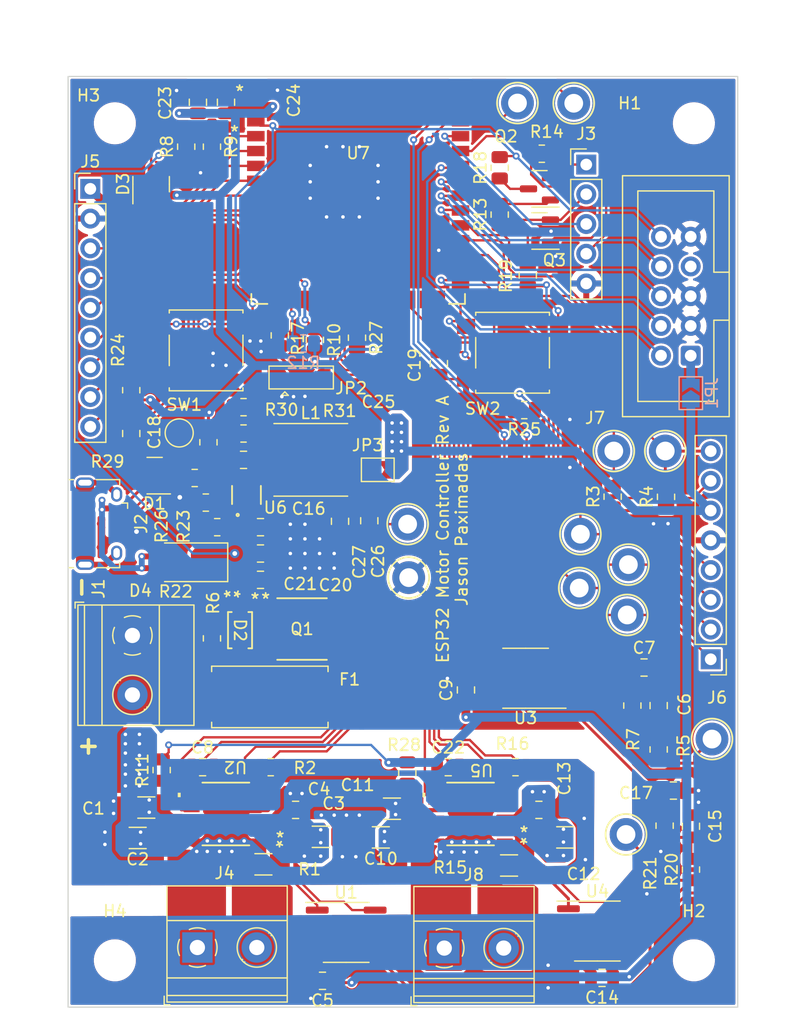
<source format=kicad_pcb>
(kicad_pcb (version 20211014) (generator pcbnew)
  (layers (0 "F.Cu" signal) (31 "B.Cu" signal) (34 "B.Paste" user) (35 "F.Paste" user) (36 "B.SilkS" user "B.Silkscreen") (37 "F.SilkS" user "F.Silkscreen") (38 "B.Mask" user) (39 "F.Mask" user) (44 "Edge.Cuts" user))
  (net 0 "")
  (net 1 "+BATT")
  (net 2 "GND")
  (net 3 "/M1+")
  (net 4 "Net-(J4-Pad2)")
  (net 5 "Net-(C6-Pad1)")
  (net 6 "Net-(C7-Pad1)")
  (net 7 "Net-(C8-Pad1)")
  (net 8 "/M2+")
  (net 9 "Net-(J7-Pad1)")
  (net 10 "Net-(C15-Pad1)")
  (net 11 "Net-(C17-Pad1)")
  (net 12 "/CHIP_PU")
  (net 13 "/GPIO0_STRAPPING")
  (net 14 "Net-(C22-Pad1)")
  (net 15 "+3V3")
  (net 16 "Net-(C25-Pad2)")
  (net 17 "Net-(C26-Pad1)")
  (net 18 "Net-(C25-Pad1)")
  (net 19 "/VBAT_SENSE")
  (net 20 "Net-(F1-Pad2)")
  (net 21 "Net-(F1-Pad1)")
  (net 22 "+5V")
  (net 23 "/D-")
  (net 24 "/D+")
  (net 25 "Net-(D2-Pad2)")
  (net 26 "unconnected-(J2-Pad6)")
  (net 27 "/RTS")
  (net 28 "/DTR")
  (net 29 "/TX")
  (net 30 "/RX")
  (net 31 "/M1-")
  (net 32 "/GPIO5")
  (net 33 "/GPIO6")
  (net 34 "/GPIO7")
  (net 35 "/GPIO15")
  (net 36 "/GPIO16")
  (net 37 "/GPIO17")
  (net 38 "/GPIO18")
  (net 40 "Net-(J8-Pad2)")
  (net 41 "/CAMERA_CS")
  (net 42 "/CAMERA_MOSI")
  (net 43 "/CAMERA_MISO")
  (net 44 "/CAMERA_SCK")
  (net 45 "/CAMERA_SDA")
  (net 46 "/CAMERA_SCL")
  (net 47 "/MTMS")
  (net 48 "/MTCK")
  (net 49 "/MTDO")
  (net 50 "/MTDI")
  (net 51 "/M2-")
  (net 52 "/GPIO3_STRAPPING")
  (net 53 "Net-(Q2-Pad1)")
  (net 54 "Net-(Q2-Pad3)")
  (net 55 "Net-(Q3-Pad1)")
  (net 56 "Net-(Q3-Pad3)")
  (net 58 "Net-(R2-Pad2)")
  (net 59 "/M1_FAULT")
  (net 60 "/M2_FAULT")
  (net 61 "/M1_PWM")
  (net 62 "/M1_DIR")
  (net 63 "/M1_EN")
  (net 64 "/I_M_1")
  (net 65 "/I_M_2")
  (net 66 "/M2_PWM")
  (net 67 "/M2_DIR")
  (net 68 "/M2_EN")
  (net 69 "Net-(R5-Pad1)")
  (net 70 "Net-(R11-Pad1)")
  (net 71 "Net-(R29-Pad2)")
  (net 72 "/GPIO46_STRAPPING")
  (net 73 "/GPIO45_STRAPPING")
  (net 74 "Net-(R16-Pad2)")
  (net 75 "Net-(R20-Pad1)")
  (net 76 "Net-(R22-Pad2)")
  (net 77 "Net-(R26-Pad2)")
  (net 78 "Net-(R28-Pad1)")
  (net 79 "Net-(R30-Pad2)")
  (net 80 "Net-(JP2-Pad2)")
  (footprint "Capacitor_SMD:C_0805_2012Metric" (layer "F.Cu") (at 133.95 130)
    (fp_text reference "C21")
    (fp_text value "100n")
  )
  (footprint "Resistor_SMD:R_0805_2012Metric" (layer "F.Cu") (at 156.5 115.5 180)
    (fp_text reference "R25")
    (fp_text value "100k")
  )
  (footprint "Diode_SMD:D_SMA" (layer "F.Cu") (at 127.75 128.5 180)
    (fp_text reference "D4")
    (fp_text value "D_Schottky")
  )
  (footprint "Capacitor_SMD:C_0805_2012Metric" (layer "F.Cu") (at 157.75 149.65)
    (fp_text reference "C13")
    (fp_text value "100n")
  )
  (footprint "TestPoint:TestPoint_Keystone_5010-5014_Multipurpose" (layer "F.Cu") (at 161.3 126.1)
    (fp_text reference "TP7" hide)
    (fp_text value "TestPoint")
  )
  (footprint "Package_TO_SOT_SMD:SOT-23" (layer "F.Cu") (at 124.6 96.2 90)
    (fp_text reference "D3")
    (fp_text value "BAT54S")
  )
  (footprint "Resistor_SMD:R_0805_2012Metric" (layer "F.Cu") (at 146.5 146.5 90)
    (fp_text reference "R28")
    (fp_text value "100k")
  )
  (footprint "Resistor_SMD:R_0805_2012Metric" (layer "F.Cu") (at 158 93.6 180)
    (fp_text reference "R14")
    (fp_text value "10k")
  )
  (footprint "Resistor_SMD:R_0805_2012Metric" (layer "F.Cu") (at 154.4 94.8 90)
    (fp_text reference "R18")
    (fp_text value "10k")
  )
  (footprint "Capacitor_SMD:C_0805_2012Metric" (layer "F.Cu") (at 150 146)
    (fp_text reference "C22")
    (fp_text value "DNP")
  )
  (footprint "Capacitor_SMD:C_0805_2012Metric" (layer "F.Cu") (at 149.2 111.525 -90)
    (fp_text reference "C19")
    (fp_text value "1u")
  )
  (footprint "Resistor_SMD:R_0805_2012Metric" (layer "F.Cu") (at 132.5 117.5)
    (fp_text reference "R31")
    (fp_text value "10.0k")
  )
  (footprint "TestPoint:TestPoint_Keystone_5010-5014_Multipurpose" (layer "F.Cu") (at 160.73 89.29 90)
    (fp_text reference "TP10" hide)
    (fp_text value "TestPoint")
  )
  (footprint "Resistor_SMD:R_0805_2012Metric" (layer "F.Cu") (at 130.25 125.5 180)
    (fp_text reference "R22")
    (fp_text value "DNP")
  )
  (footprint "Resistor_SMD:R_0805_2012Metric" (layer "F.Cu") (at 168.62 122.91 90)
    (fp_text reference "R4")
    (fp_text value "4.7k")
  )
  (footprint "Resistor_SMD:R_0805_2012Metric" (layer "F.Cu") (at 156.8 104 -90)
    (fp_text reference "R19")
    (fp_text value "10k")
  )
  (footprint "Capacitor_SMD:C_0805_2012Metric" (layer "F.Cu") (at 133.95 127.75)
    (fp_text reference "C20")
    (fp_text value "10u")
  )
  (footprint "Connector_PinHeader_2.54mm:PinHeader_1x09_P2.54mm_Vertical" (layer "F.Cu") (at 119.4 96.6)
    (fp_text reference "J5")
    (fp_text value "Conn_01x09_Female")
  )
  (footprint "Capacitor_SMD:C_0805_2012Metric" (layer "F.Cu") (at 163.15 164 180)
    (fp_text reference "C14")
    (fp_text value "100n")
  )
  (footprint "Resistor_SMD:R_0805_2012Metric" (layer "F.Cu") (at 165.74 140.74 90)
    (fp_text reference "R7")
    (fp_text value "0")
  )
  (footprint "TestPoint:TestPoint_Pad_D2.0mm" (layer "F.Cu") (at 127 117.45 90)
    (fp_text reference "TP11" hide)
    (fp_text value "TestPoint")
  )
  (footprint "Capacitor_SMD:C_0805_2012Metric" (layer "F.Cu") (at 169.25 148)
    (fp_text reference "C17")
    (fp_text value "DNP")
  )
  (footprint "Capacitor_SMD:C_0805_2012Metric" (layer "F.Cu") (at 129 146)
    (fp_text reference "C8")
    (fp_text value "DNP")
  )
  (footprint "Resistor_SMD:R_0805_2012Metric" (layer "F.Cu") (at 127.6 93 90)
    (fp_text reference "R8")
    (fp_text value "100k")
  )
  (footprint "Package_SO:SOIC-8_3.9x4.9mm_P1.27mm" (layer "F.Cu") (at 141.275 160.115)
    (fp_text reference "U1")
    (fp_text value "INA240A1D")
  )
  (footprint "TestPoint:TestPoint_Keystone_5010-5014_Multipurpose" (layer "F.Cu") (at 168.555 118.995)
    (fp_text reference "TP3" hide)
    (fp_text value "TestPoint")
  )
  (footprint "local_footprints:SOD-123_ONS" (layer "F.Cu") (at 132.2 134.3 -90)
    (fp_text reference "D2")
    (fp_text value "D_Zener")
  )
  (footprint "local_footprints:ESP32-S3-WROOM-1_EXP" (layer "F.Cu") (at 142.3 93.55)
    (fp_text reference "U7")
    (fp_text value "ESP32-S3-WROOM-1-N16R2")
  )
  (footprint "Resistor_SMD:R_1206_3216Metric" (layer "F.Cu") (at 124.188872 149.45 180)
    (fp_text reference "C1")
    (fp_text value "10u")
  )
  (footprint "Resistor_SMD:R_0805_2012Metric" (layer "F.Cu") (at 129.8 93 -90)
    (fp_text reference "R9")
    (fp_text value "10k")
  )
  (footprint "Jumper:SolderJumper-2_P1.3mm_Open_TrianglePad1.0x1.5mm" (layer "F.Cu") (at 143.975 120.6)
    (fp_text reference "JP3")
    (fp_text value "SolderJumper_2_Open")
  )
  (footprint "Capacitor_SMD:C_0805_2012Metric" (layer "F.Cu") (at 133.95 125.5)
    (fp_text reference "C16")
    (fp_text value "10u")
  )
  (footprint "TestPoint:TestPoint_Keystone_5010-5014_Multipurpose" (layer "F.Cu") (at 172.55 143.6 90)
    (fp_text reference "TP1" hide)
    (fp_text value "TestPoint")
  )
  (footprint "Resistor_SMD:R_1206_3216Metric" (layer "F.Cu") (at 139.1 151.95)
    (fp_text reference "C3")
    (fp_text value "10u")
  )
  (footprint "Connector_PinHeader_2.54mm:PinHeader_1x05_P2.54mm_Vertical" (layer "F.Cu") (at 161.8 94.525)
    (fp_text reference "J3")
    (fp_text value "Conn_01x05_Female")
  )
  (footprint "Capacitor_SMD:C_0805_2012Metric" (layer "F.Cu") (at 151.515 139.405 90)
    (fp_text reference "C9")
    (fp_text value "100n")
  )
  (footprint "local_footprints:SO8SOP-8L_AOS" (layer "F.Cu") (at 137.5 134.2)
    (fp_text reference "Q1")
    (fp_text value "AO4485")
  )
  (footprint "Resistor_SMD:R_1206_3216Metric" (layer "F.Cu") (at 134.2 154.3)
    (fp_text reference "R1")
    (fp_text value "20m")
  )
  (footprint "Resistor_SMD:R_1206_3216Metric" (layer "F.Cu") (at 145.1875 149.55 180)
    (fp_text reference "C11")
    (fp_text value "10u")
  )
  (footprint "Resistor_SMD:R_1206_3216Metric" (layer "F.Cu") (at 160 152)
    (fp_text reference "C12")
    (fp_text value "10u")
  )
  (footprint "Capacitor_SMD:C_0805_2012Metric" (layer "F.Cu") (at 167.99 140.74 90)
    (fp_text reference "C6")
    (fp_text value "100n")
  )
  (footprint "Resistor_SMD:R_0805_2012Metric" (layer "F.Cu") (at 132.5 115.25 180)
    (fp_text reference "R30")
    (fp_text value "31.3k")
  )
  (footprint "Capacitor_SMD:C_0805_2012Metric" (layer "F.Cu") (at 139.25 164.25 180)
    (fp_text reference "C5")
    (fp_text value "100n")
  )
  (footprint "Resistor_SMD:R_0805_2012Metric" (layer "F.Cu") (at 164.055 122.895 90)
    (fp_text reference "R3")
    (fp_text value "4.7k")
  )
  (footprint "local_footprints:21-0108_U16E&plus_3_MXM" (layer "F.Cu") (at 130.9889 150 180)
    (fp_text reference "U2")
    (fp_text value "MAX14871EUE+")
  )
  (footprint "Capacitor_SMD:C_0805_2012Metric" (layer "F.Cu") (at 131 89.2 90)
    (fp_text reference "C24")
    (fp_text value "100n")
  )
  (footprint "Capacitor_SMD:C_0805_2012Metric" (layer "F.Cu") (at 166.74 137.49)
    (fp_text reference "C7")
    (fp_text value "DNP")
  )
  (footprint "Jumper:SolderJumper-3_P2.0mm_Open_TrianglePad1.0x1.5mm" (layer "F.Cu") (at 137.43 112.74)
    (fp_text reference "JP2")
    (fp_text value "SolderJumper_3_Open")
  )
  (footprint "Package_TO_SOT_SMD:SOT-143" (layer "F.Cu") (at 124.9 121.1 180)
    (fp_text reference "D1")
    (fp_text value "SP0503BAHT")
  )
  (footprint "TestPoint:TestPoint_Keystone_5010-5014_Multipurpose" (layer "F.Cu") (at 146.53 125.24)
    (fp_text reference "TP12" hide)
    (fp_text value "TestPoint")
  )
  (footprint "local_footprints:SOT5X3-8_DRL_TEX" (layer "F.Cu") (at 132.75 122.75 90)
    (fp_text reference "U6")
    (fp_text value "TPS62933ODRLR")
  )
  (footprint "Resistor_SMD:R_0805_2012Metric" (layer "F.Cu") (at 154.4 98.8 90)
    (fp_text reference "R13")
    (fp_text value "10k")
  )
  (footprint "Package_TO_SOT_SMD:SOT-23" (layer "F.Cu") (at 157.8 100.2 180)
    (fp_text reference "Q3")
    (fp_text value "SS8050-G")
  )
  (footprint "MountingHole:MountingHole_3.2mm_M3" (layer "F.Cu") (at 121.5 162.5)
    (fp_text reference "H4")
    (fp_text value "MountingHole")
  )
  (footprint "TestPoint:TestPoint_Keystone_5010-5014_Multipurpose" (layer "F.Cu") (at 155.92 89.27 90)
    (fp_text reference "TP8" hide)
    (fp_text value "TestPoint")
  )
  (footprint "Capacitor_SMD:C_0805_2012Metric" (layer "F.Cu") (at 132.5 119.75)
    (fp_text reference "C25")
    (fp_text value "100n")
  )
  (footprint "Resistor_SMD:R_0805_2012Metric" (layer "F.Cu") (at 129.5 118.25 -90)
    (fp_text reference "R29")
    (fp_text value "100k")
  )
  (footprint "TerminalBlock_Phoenix:TerminalBlock_Phoenix_MKDS-1,5-2-5.08_1x02_P5.08mm_Horizontal" (layer "F.Cu") (at 128.555 161.405)
    (fp_text reference "J4")
    (fp_text value "Screw_Terminal_01x02")
  )
  (footprint "Connector_PinHeader_2.54mm:PinHeader_1x08_P2.54mm_Vertical" (layer "F.Cu") (at 172.44 136.785 180)
    (fp_text reference "J6")
    (fp_text value "Conn_01x08_Female")
  )
  (footprint "Connector_USB:USB_Micro-B_Amphenol_10118194_Horizontal" (layer "F.Cu") (at 120.25 125.2 -90)
    (fp_text reference "J2")
    (fp_text value "USB_B_Micro")
  )
  (footprint "Inductor_SMD:L_Taiyo-Yuden_NR-60xx" (layer "F.Cu") (at 138.25 119.75)
    (fp_text reference "L1")
    (fp_text value "4.7u")
  )
  (footprint "Resistor_SMD:R_1206_3216Metric" (layer "F.Cu") (at 155.2 154.4)
    (fp_text reference "R15")
    (fp_text value "20m")
  )
  (footprint "Resistor_SMD:R_0805_2012Metric" (layer "F.Cu") (at 170.75 154.75 90)
    (fp_text reference "R20")
    (fp_text value "1k")
  )
  (footprint "Capacitor_SMD:C_0805_2012Metric" (layer "F.Cu") (at 122.9 117.5 -90)
    (fp_text reference "C18")
    (fp_text value "1u")
  )
  (footprint "TestPoint:TestPoint_Keystone_5010-5014_Multipurpose" (layer "F.Cu") (at 165.4 128.7)
    (fp_text reference "TP6" hide)
    (fp_text value "TestPoint")
  )
  (footprint "Resistor_SMD:R_0805_2012Metric" (layer "F.Cu") (at 142.2 109.32 -90)
    (fp_text reference "R27")
    (fp_text value "100k")
  )
  (footprint "local_footprints:21-0108_U16E&plus_3_MXM" (layer "F.Cu") (at 151.9068 150 180)
    (fp_text reference "U5")
    (fp_text value "MAX14871EUE+")
  )
  (footprint "Resistor_SMD:R_0805_2012Metric" (layer "F.Cu") (at 129.8 135 90)
    (fp_text reference "R6")
    (fp_text value "100k")
  )
  (footprint "Resistor_SMD:R_1206_3216Metric" (layer "F.Cu") (at 144.2375 152 180)
    (fp_text reference "C10")
    (fp_text value "10u")
  )
  (footprint "Button_Switch_SMD:SW_SPST_B3S-1000" (layer "F.Cu") (at 155.5 110.6 180)
    (fp_text reference "SW2")
    (fp_text value "SW_Push")
  )
  (footprint "MountingHole:MountingHole_3.2mm_M3" (layer "F.Cu") (at 171 162.5)
    (fp_text reference "H2")
    (fp_text value "MountingHole")
  )
  (footprint "Capacitor_SMD:C_0805_2012Metric" (layer "F.Cu") (at 128.6 89.2 90)
    (fp_text reference "C23")
    (fp_text value "10u")
  )
  (footprint "Resistor_SMD:R_1206_3216Metric" (layer "F.Cu") (at 123.45 152.05 180)
    (fp_text reference "C2")
    (fp_text value "10u")
  )
  (footprint "Resistor_SMD:R_0805_2012Metric" (layer "F.Cu") (at 122.9 113.8 90)
    (fp_text reference "R24")
    (fp_text value "100k")
  )
  (footprint "Capacitor_SMD:C_0805_2012Metric" (layer "F.Cu") (at 140.75 125 -90)
    (fp_text reference "C27")
    (fp_text value "33u")
  )
  (footprint "Package_SO:SOIC-8_3.9x4.9mm_P1.27mm" (layer "F.Cu") (at 156.615 138.405 180)
    (fp_text reference "U3")
    (fp_text value "OPA2340")
  )
  (footprint "Resistor_SMD:R_0805_2012Metric" (layer "F.Cu") (at 135.6 109.12 -90)
    (fp_text reference "R17")
    (fp_text value "1k")
  )
  (footprint "Capacitor_SMD:C_0805_2012Metric" (layer "F.Cu") (at 170.75 151.05 90)
    (fp_text reference "C15")
    (fp_text value "100n")
  )
  (footprint "Resistor_SMD:R_0805_2012Metric" (layer "F.Cu") (at 167.99 144.49 90)
    (fp_text reference "R5")
    (fp_text value "1k")
  )
  (footprint "Package_TO_SOT_SMD:SOT-23" (layer "F.Cu") (at 157.8 96.6 180)
    (fp_text reference "Q2")
    (fp_text value "SS8050-G")
  )
  (footprint "MountingHole:MountingHole_3.2mm_M3" (layer "F.Cu") (at 171 91)
    (fp_text reference "H1")
    (fp_text value "MountingHole")
  )
  (footprint "Connector_IDC:IDC-Header_2x05_P2.54mm_Vertical" (layer "F.Cu") (at 170.73 110.85 180)
    (fp_text reference "J7")
    (fp_text value "Conn_ARM_JTAG_SWD_10")
  )
  (footprint "TestPoint:TestPoint_Keystone_5010-5014_Multipurpose" (layer "F.Cu") (at 161.2 130.7)
    (fp_text reference "TP5" hide)
    (fp_text value "TestPoint")
  )
  (footprint "Package_SO:SOIC-8_3.9x4.9mm_P1.27mm" (layer "F.Cu") (at 162.75 160)
    (fp_text reference "U4")
    (fp_text value "INA240A1D")
  )
  (footprint "TestPoint:TestPoint_Keystone_5010-5014_Multipurpose" (layer "F.Cu") (at 146.62 129.81)
    (fp_text reference "TP13" hide)
    (fp_text value "TestPoint")
  )
  (footprint "Capacitor_SMD:C_0805_2012Metric" (layer "F.Cu") (at 136.95 149.65)
    (fp_text reference "C4")
    (fp_text value "100n")
  )
  (footprint "TerminalBlock_Phoenix:TerminalBlock_Phoenix_MKDS-1,5-2-5.08_1x02_P5.08mm_Horizontal" (layer "F.Cu") (at 149.6618 161.455)
    (fp_text reference "J8")
    (fp_text value "Screw_Terminal_01x02")
  )
  (footprint "Resistor_SMD:R_0805_2012Metric" (layer "F.Cu") (at 168.5 151 90)
    (fp_text reference "R21")
    (fp_text value "0")
  )
  (footprint "Resistor_SMD:R_0805_2012Metric" (layer "F.Cu") (at 138.6 109.5 -90)
    (fp_text reference "R10")
    (fp_text value "100k")
  )
  (footprint "Resistor_SMD:R_0805_2012Metric" (layer "F.Cu") (at 134.825 146 180)
    (fp_text reference "R2")
    (fp_text value "DNP")
  )
  (footprint "TerminalBlock_Phoenix:TerminalBlock_Phoenix_MKDS-1,5-2-5.08_1x02_P5.08mm_Horizontal" (layer "F.Cu") (at 123 134.75 -90)
    (fp_text reference "J1")
    (fp_text value "Screw_Terminal_01x02")
  )
  (footprint "Resistor_SMD:R_0805_2012Metric" (layer "F.Cu") (at 129.275 123.4 180)
    (fp_text reference "R23")
    (fp_text value "DNP")
  )
  (footprint "Capacitor_SMD:C_0805_2012Metric" (layer "F.Cu") (at 143.25 124.95 -90)
    (fp_text reference "C26")
    (fp_text value "33u")
  )
  (footprint "Button_Switch_SMD:SW_SPST_B3S-1000" (layer "F.Cu") (at 129.3 110.4 180)
    (fp_text reference "SW1")
    (fp_text value "SW_Push")
  )
  (footprint "TestPoint:TestPoint_Keystone_5010-5014_Multipurpose" (layer "F.Cu") (at 164.155 118.995)
    (fp_text reference "TP2" hide)
    (fp_text value "TestPoint")
  )
  (footprint "Resistor_SMD:R_0805_2012Metric" (layer "F.Cu") (at 155.75 146 180)
    (fp_text reference "R16")
    (fp_text value "DNP")
  )
  (footprint "Fuse:Fuseholder_Littelfuse_Nano2_154x" (layer "F.Cu") (at 134.75 140)
    (fp_text reference "F1")
    (fp_text value "Fuse")
  )
  (footprint "TestPoint:TestPoint_Keystone_5010-5014_Multipurpose" (layer "F.Cu") (at 165.3 133)
    (fp_text reference "TP4" hide)
    (fp_text value "TestPoint")
  )
  (footprint "TestPoint:TestPoint_Keystone_5010-5014_Multipurpose" (layer "F.Cu") (at 165.2 151.75 90)
    (fp_text reference "TP9" hide)
    (fp_text value "TestPoint")
  )
  (footprint "MountingHole:MountingHole_3.2mm_M3" (layer "F.Cu") (at 121.5 91)
    (fp_text reference "H3")
    (fp_text value "MountingHole")
  )
  (footprint "Resistor_SMD:R_0805_2012Metric" (layer "F.Cu") (at 128.325 121.3)
    (fp_text reference "R26")
    (fp_text value "DNP")
  )
  (footprint "Resistor_SMD:R_0805_2012Metric" (layer "F.Cu") (at 125.5 146.25 90)
    (fp_text reference "R11")
    (fp_text value "100k")
  )
  (footprint "Resistor_SMD:R_0805_2012Metric" (layer "B.Cu") (at 137.61 109.81)
    (fp_text reference "R12")
    (fp_text value "1k")
  )
  (footprint "Jumper:SolderJumper-2_P1.3mm_Open_TrianglePad1.0x1.5mm" (layer "B.Cu") (at 170.74 114.055 90)
    (fp_text reference "JP1")
    (fp_text value "SolderJumper_2_Open")
  )
  (gr_rect (start 174.75 87) (end 117.5 166.5) (layer "Edge.Cuts") (width 0.1) (fill none))
  (gr_text "-" (at 118.56 130.64 90) (layer "F.SilkS") (effects (font (size 1.5 1.5) (thickness 0.3))))
  (gr_text "+" (at 119.24 144.12) (layer "F.SilkS") (effects (font (size 1.5 1.5) (thickness 0.3))))
  (gr_text "ESP32 Motor Controller Rev A\nJason Paximadas" (at 150.34 125.68 90) (layer "F.SilkS") (effects (font (size 1 1))))
  (segment (start 125.25 93.75) (end 127.4375 93.75) (width 0.2) (layer "F.Cu") (net 1))
  (segment (start 127.4375 93.75) (end 127.6 93.9125) (width 0.2) (layer "F.Cu") (net 1))
  (via (at 122.4 143.2) (size 0.6) (drill 0.3) (layers "F.Cu" "B.Cu") (net 1))
  (via (at 139.1 153.6) (size 0.6) (drill 0.3) (layers "F.Cu" "B.Cu") (net 1))
  (via (at 123.7 152.55) (size 0.6) (drill 0.3) (layers "F.Cu" "B.Cu") (net 1))
  (via (at 122.4 147.6) (size 0.6) (drill 0.3) (layers "F.Cu" "B.Cu") (net 1))
  (via (at 122.4 146.6) (size 0.6) (drill 0.3) (layers "F.Cu" "B.Cu") (net 1))
  (via (at 137.5 148.25) (size 0.6) (drill 0.3) (layers "F.Cu" "B.Cu") (net 1))
  (via (at 145.5 149.1) (size 0.6) (drill 0.3) (layers "F.Cu" "B.Cu") (net 1))
  (via (at 124.438872 148.8) (size 0.6) (drill 0.3) (layers "F.Cu" "B.Cu") (net 1))
  (via (at 123.6 146.6) (size 0.6) (drill 0.3) (layers "F.Cu" "B.Cu") (net 1))
  (via (at 157.2 148.1) (size 0.6) (drill 0.3) (layers "F.Cu" "B.Cu") (net 1))
  (via (at 139.1 151.35) (size 0.6) (drill 0.3) (layers "F.Cu" "B.Cu") (net 1))
  (via (at 131.75 127.75) (size 0.8) (drill 0.4) (layers "F.Cu" "B.Cu") (net 1))
  (via (at 158.45 153.55) (size 0.6) (drill 0.3) (layers "F.Cu" "B.Cu") (net 1))
  (via (at 159.85 151.3) (size 0.6) (drill 0.3) (layers "F.Cu" "B.Cu") (net 1))
  (via (at 122.4 144) (size 0.6) (drill 0.3) (layers "F.Cu" "B.Cu") (net 1))
  (via (at 123.6 145) (size 0.6) (drill 0.3) (layers "F.Cu" "B.Cu") (net 1))
  (via (at 144.55 151.5) (size 0.6) (drill 0.3) (layers "F.Cu" "B.Cu") (net 1))
  (via (at 123.7 151.55) (size 0.6) (drill 0.3) (layers "F.Cu" "B.Cu") (net 1))
  (via (at 136.5 148.25) (size 0.6) (drill 0.3) (layers "F.Cu" "B.Cu") (net 1))
  (via (at 123.6 144) (size 0.6) (drill 0.3) (layers "F.Cu" "B.Cu") (net 1))
  (via (at 139.1 152.45) (size 0.6) (drill 0.3) (layers "F.Cu" "B.Cu") (net 1))
  (via (at 125.25 93.75) (size 0.6) (drill 0.3) (layers "F.Cu" "B.Cu") (net 1))
  (via (at 158.2 148.1) (size 0.6) (drill 0.3) (layers "F.Cu" "B.Cu") (net 1))
  (via (at 145.5 150.05) (size 0.6) (drill 0.3) (layers "F.Cu" "B.Cu") (net 1))
  (via (at 159.85 152.4) (size 0.6) (drill 0.3) (layers "F.Cu" "B.Cu") (net 1))
  (via (at 159.85 153.55) (size 0.6) (drill 0.3) (layers "F.Cu" "B.Cu") (net 1))
  (via (at 122.4 145.8) (size 0.6) (drill 0.3) (layers "F.Cu" "B.Cu") (net 1))
  (via (at 144.55 152.35) (size 0.6) (drill 0.3) (layers "F.Cu" "B.Cu") (net 1))
  (via (at 122.4 144.8) (size 0.6) (drill 0.3) (layers "F.Cu" "B.Cu") (net 1))
  (via (at 123.6 147.6) (size 0.6) (drill 0.3) (layers "F.Cu" "B.Cu") (net 1))
  (via (at 123.6 145.8) (size 0.6) (drill 0.3) (layers "F.Cu" "B.Cu") (net 1))
  (via (at 123.6 143.2) (size 0.6) (drill 0.3) (layers "F.Cu" "B.Cu") (net 1))
  (via (at 137.7 153.6) (size 0.6) (drill 0.3) (layers "F.Cu" "B.Cu") (net 1))
  (via (at 124.438872 149.85) (size 0.6) (drill 0.3) (layers "F.Cu" "B.Cu") (net 1))
  (segment (start 128.175 127.75) (end 118.25 117.825) (width 0.2) (layer "B.Cu") (net 1))
  (segment (start 125.25 93.75) (end 123.9 95.1) (width 0.2) (layer "B.Cu") (net 1))
  (segment (start 118.25 95.45) (end 118.6 95.1) (width 0.2) (layer "B.Cu") (net 1))
  (segment (start 131.75 127.75) (end 128.175 127.75) (width 0.2) (layer "B.Cu") (net 1))
  (segment (start 118.6 95.1) (end 123.825 95.1) (width 0.2) (layer "B.Cu") (net 1))
  (segment (start 123.9 95.1) (end 123.825 95.1) (width 0.2) (layer "B.Cu") (net 1))
  (segment (start 118.25 117.825) (end 118.25 95.45) (width 0.2) (layer "B.Cu") (net 1))
  (segment (start 128.825 94.8875) (end 129.8 93.9125) (width 0.2) (layer "F.Cu") (net 2))
  (segment (start 149.6 112.85) (end 151.525 112.85) (width 0.2) (layer "F.Cu") (net 2))
  (segment (start 131.313898 149.675002) (end 130.9889 150) (width 0.5) (layer "F.Cu") (net 2))
  (segment (start 138.3 164.25) (end 138.3 165.7) (width 0.25) (layer "F.Cu") (net 2))
  (segment (start 128.825 95.225) (end 128.825 94.8875) (width 0.2) (layer "F.Cu") (net 2))
  (segment (start 149.2 112.45) (end 149.6 112.85) (width 0.2) (layer "F.Cu") (net 2))
  (segment (start 138.3 164.25) (end 138.3 162.52) (width 0.25) (layer "F.Cu") (net 2))
  (segment (start 160.275 161.905) (end 160.275 159.365) (width 0.25) (layer "F.Cu") (net 2))
  (segment (start 162.2 164) (end 162.2 163.83) (width 0.25) (layer "F.Cu") (net 2))
  (segment (start 133.91625 149.675002) (end 131.313898 149.675002) (width 0.5) (layer "F.Cu") (net 2))
  (segment (start 162.105 163.905) (end 162.2 164) (width 0.25) (layer "F.Cu") (net 2))
  (segment (start 138.8 159.48) (end 138.8 162.02) (width 0.25) (layer "F.Cu") (net 2))
  (segment (start 138.3 162.52) (end 138.8 162.02) (width 0.25) (layer "F.Cu") (net 2))
  (segment (start 138.3 165.7) (end 138.25 165.75) (width 0.25) (layer "F.Cu") (net 2))
  (segment (start 162.2 163.83) (end 160.275 161.905) (width 0.25) (layer "F.Cu") (net 2))
  (segment (start 138.325 164.565) (end 138.325 164.045) (width 0.25) (layer "F.Cu") (net 2))
  (via (at 123.35 125.875) (size 0.8) (drill 0.4) (layers "F.Cu" "B.Cu") (net 2))
  (via (at 153.4568 152.4) (size 0.6) (drill 0.3) (layers "F.Cu" "B.Cu") (net 2))
  (via (at 151.3568 152.4) (size 0.6) (drill 0.3) (layers "F.Cu" "B.Cu") (net 2))
  (via (at 129.875 111.675) (size 0.6) (drill 0.3) (layers "F.Cu" "B.Cu") (net 2))
  (via (at 138.2 94.6) (size 0.6) (drill 0.3) (layers "F.Cu" "B.Cu") (net 2))
  (via (at 139 126.5) (size 0.6) (drill 0.3) (layers "F.Cu" "B.Cu") (net 2))
  (via (at 137.75 114.325) (size 0.6) (drill 0.3) (layers "F.Cu" "B.Cu") (net 2))
  (via (at 121.388872 149.95) (size 0.6) (drill 0.3) (layers "F.Cu" "B.Cu") (net 2))
  (via (at 141 93) (size 0.6) (drill 0.3) (layers "F.Cu" "B.Cu") (net 2))
  (via (at 137.75 126.5) (size 0.6) (drill 0.3) (layers "F.Cu" "B.Cu") (net 2))
  (via (at 171.4 149) (size 0.6) (drill 0.3) (layers "F.Cu" "B.Cu") (net 2))
  (via (at 129.4 153.2) (size 0.6) (drill 0.3) (layers "F.Cu" "B.Cu") (net 2))
  (via (at 152.4068 153.25) (size 0.6) (drill 0.3) (layers "F.Cu" "B.Cu") (net 2))
  (via (at 136.5 125.25) (size 0.6) (drill 0.3) (layers "F.Cu" "B.Cu") (net 2))
  (via (at 151.3568 153.25) (size 0.6) (drill 0.3) (layers "F.Cu" "B.Cu") (net 2))
  (via (at 144 96) (size 0.6) (drill 0.3) (layers "F.Cu" "B.Cu") (net 2))
  (via (at 135.4 88.175) (size 0.6) (drill 0.3) (layers "F.Cu" "B.Cu") (net 2))
  (via (at 126.775 88.2) (size 0.6) (drill 0.3) (layers "F.Cu" "B.Cu") (net 2))
  (via (at 160.4 120.4) (size 0.6) (drill 0.3) (layers "F.Cu" "B.Cu") (net 2))
  (via (at 129.4 152.3) (size 0.6) (drill 0.3) (layers "F.Cu" "B.Cu") (net 2))
  (via (at 142.4 99) (size 0.6) (drill 0.3) (layers "F.Cu" "B.Cu") (net 2))
  (via (at 138.2 96) (size 0.6) (drill 0.3) (layers "F.Cu" "B.Cu") (net 2))
  (via (at 149.93 138.42) (size 0.6) (drill 0.3) (layers "F.Cu" "B.Cu") (net 2))
  (via (at 139.15 150.1) (size 0.6) (drill 0.3) (layers "F.Cu" "B.Cu") (net 2))
  (via (at 158.54 162.92) (size 0.6) (drill 0.3) (layers "F.Cu" "B.Cu") (net 2))
  (via (at 131 111.675) (size 0.6) (drill 0.3) (layers "F.Cu" "B.Cu") (net 2))
  (via (at 136.775 114.35) (size 0.6) (drill 0.3) (layers "F.Cu" "B.Cu") (net 2))
  (via (at 132.55 152.3) (size 0.6) (drill 0.3) (layers "F.Cu" "B.Cu") (net 2))
  (via (at 142.1 153.65) (size 0.6) (drill 0.3) (layers "F.Cu" "B.Cu") (net 2))
  (via (at 139 127.75) (size 0.6) (drill 0.3) (layers "F.Cu" "B.Cu") (net 2))
  (via (at 140.25 150.1) (size 0.6) (drill 0.3) (layers "F.Cu" "B.Cu") (net 2))
  (via (at 167.55 125.21) (size 0.6) (drill 0.3) (layers "F.Cu" "B.Cu") (net 2))
  (via (at 128.5 153.2) (size 0.6) (drill 0.3) (layers "F.Cu" "B.Cu") (net 2))
  (via (at 149.19 101.85) (size 0.6) (drill 0.3) (layers "F.Cu" "B.Cu") (net 2))
  (via (at 138.25 165.75) (size 0.6) (drill 0.3) (layers "F.Cu" "B.Cu") (net 2))
  (via (at 158.54 164.85) (size 0.6) (drill 0.3) (layers "F.Cu" "B.Cu") (net 2))
  (via (at 142.4 93) (size 0.6) (drill 0.3) (layers "F.Cu" "B.Cu") (net 2))
  (via (at 141.3 150.1) (size 0.6) (drill 0.3) (layers "F.Cu" "B.Cu") (net 2))
  (via (at 152.4068 152.4) (size 0.6) (drill 0.3) (layers "F.Cu" "B.Cu") (net 2))
  (via (at 159.18 102.36) (size 0.6) (drill 0.3) (layers "F.Cu" "B.Cu") (net 2))
  (via (at 142.4 150.1) (size 0.6) (drill 0.3) (layers "F.Cu" "B.Cu") (net 2))
  (via (at 120.65 152.6) (size 0.6) (drill 0.3) (layers "F.Cu" "B.Cu") (net 2))
  (via (at 144 94.6) (size 0.6) (drill 0.3) (layers "F.Cu" "B.Cu") (net 2))
  (via (at 137.75 129) (size 0.6) (drill 0.3) (layers "F.Cu" "B.Cu") (net 2))
  (via (at 134 110.5) (size 0.6) (drill 0.3) (layers "F.Cu" "B.Cu") (net 2))
  (via (at 139.6 93) (size 0.6) (drill 0.3) (layers "F.Cu" "B.Cu") (net 2))
  (via (at 161.625 150.375) (size 0.6) (drill 0.3) (layers "F.Cu" "B.Cu") (net 2))
  (via (at 160.4 116.3) (size 0.6) (drill 0.3) (layers "F.Cu" "B.Cu") (net 2))
  (via (at 128.825 95.225) (size 0.6) (drill 0.3) (layers "F.Cu" "B.Cu") (net 2))
  (via (at 150.3068 153.25) (size 0.6) (drill 0.3) (layers "F.Cu" "B.Cu") (net 2))
  (via (at 139 129) (size 0.6) (drill 0.3) (layers "F.Cu" "B.Cu") (net 2))
  (via (at 140.95 153.65) (size 0.6) (drill 0.3) (layers "F.Cu" "B.Cu") (net 2))
  (via (at 144 97.4) (size 0.6) (drill 0.3) (layers "F.Cu" "B.Cu") (net 2))
  (via (at 161.725 153.9) (size 0.6) (drill 0.3) (layers "F.Cu" "B.Cu") (net 2))
  (via (at 149.35 153.25) (size 0.6) (drill 0.3) (layers "F.Cu" "B.Cu") (net 2))
  (via (at 136.5 127.75) (size 0.6) (drill 0.3) (layers "F.Cu" "B.Cu") (net 2))
  (via (at 150.3068 152.4) (size 0.6) (drill 0.3) (layers "F.Cu" "B.Cu") (net 2))
  (via (at 141 99) (size 0.6) (drill 0.3) (layers "F.Cu" "B.Cu") (net 2))
  (via (at 129.9 110.65) (size 0.6) (drill 0.3) (layers "F.Cu" "B.Cu") (net 2))
  (via (at 140.25 129) (size 0.6) (drill 0.3) (layers "F.Cu" "B.Cu") (net 2))
  (via (at 158.79 100.22) (size 0.6) (drill 0.3) (layers "F.Cu" "B.Cu") (net 2))
  (via (at 137.75 127.75) (size 0.6) (drill 0.3) (layers "F.Cu" "B.Cu") (net 2))
  (via (at 127.05 122.95) (size 0.8) (drill 0.4) (layers "F.Cu" "B.Cu") (net 2))
  (via (at 130.45 153.2) (size 0.6) (drill 0.3) (layers "F.Cu" "B.Cu") (net 2))
  (via (at 131.5 153.2) (size 0.6) (drill 0.3) (layers "F.Cu" "B.Cu") (net 2))
  (via (at 136.5 129) (size 0.6) (drill 0.3) (layers "F.Cu" "B.Cu") (net 2))
  (via (at 131.5 152.3) (size 0.6) (drill 0.3) (layers "F.Cu" "B.Cu") (net 2))
  (via (at 135.775 114.35) (size 0.6) (drill 0.3) (layers "F.Cu" "B.Cu") (net 2))
  (via (at 133.975 109.6) (size 0.6) (drill 0.3) (layers "F.Cu" "B.Cu") (net 2))
  (via (at 130.45 152.3) (size 0.6) (drill 0.3) (layers "F.Cu" "B.Cu") (net 2))
  (via (at 121.388872 148.9) (size 0.6) (drill 0.3) (layers "F.Cu" "B.Cu") (net 2))
  (via (at 120.65 151.55) (size 0.6) (drill 0.3) (layers "F.Cu" "B.Cu") (net 2))
  (via (at 137.75 125.25) (size 0.6) (drill 0.3) (layers "F.Cu" "B.Cu") (net 2))
  (via (at 171.4 148) (size 0.6) (drill 0.3) (layers "F.Cu" "B.Cu") (net 2))
  (via (at 138.2 97.4) (size 0.6) (drill 0.3) (layers "F.Cu" "B.Cu") (net 2))
  (via (at 136.5 126.5) (size 0.6) (drill 0.3) (layers "F.Cu" "B.Cu") (net 2))
  (via (at 168.79 125.2) (size 0.6) (drill 0.3) (layers "F.Cu" "B.Cu") (net 2))
  (via (at 166.98 156.82) (size 0.6) (drill 0.3) (layers "F.Cu" "B.Cu") (net 2))
  (via (at 140.25 127.75) (size 0.6) (drill 0.3) (layers "F.Cu" "B.Cu") (net 2))
  (via (at 168.17 153.2) (size 0.6) (drill 0.3) (layers "F.Cu" "B.Cu") (net 2))
  (via (at 139.6 99) (size 0.6) (drill 0.3) (layers "F.Cu" "B.Cu") (net 2))
  (via (at 133.05 109.6) (size 0.6) (drill 0.3) (layers "F.Cu" "B.Cu") (net 2))
  (segment (start 141.08 157.5) (end 141.79 158.21) (width 0.2) (layer "F.Cu") (net 3))
  (segment (start 135.6625 154.3) (end 136.6625 155.3) (width 0.2) (layer "F.Cu") (net 3))
  (segment (start 136.865686 155.3) (end 139.065686 157.5) (width 0.2) (layer "F.Cu") (net 3))
  (segment (start 136.6625 155.3) (end 136.865686 155.3) (width 0.2) (layer "F.Cu") (net 3))
  (segment (start 139.065686 157.5) (end 141.08 157.5) (width 0.2) (layer "F.Cu") (net 3))
  (segment (start 141.79 158.21) (end 143.75 158.21) (width 0.2) (layer "F.Cu") (net 3))
  (segment (start 138.8 157.8) (end 138.8 158.21) (width 0.2) (layer "F.Cu") (net 4))
  (segment (start 136.7 155.7) (end 138.8 157.8) (width 0.2) (layer "F.Cu") (net 4))
  (segment (start 134.1375 155.7) (end 136.7 155.7) (width 0.2) (layer "F.Cu") (net 4))
  (segment (start 132.7375 154.3) (end 134.1375 155.7) (width 0.2) (layer "F.Cu") (net 4))
  (segment (start 167.99 143.5775) (end 167.99 141.69) (width 0.25) (layer "F.Cu") (net 5))
  (segment (start 165.74 141.6525) (end 167.9525 141.6525) (width 0.25) (layer "F.Cu") (net 5))
  (segment (start 167.9525 141.6525) (end 167.99 141.69) (width 0.25) (layer "F.Cu") (net 5))
  (segment (start 165.74 139.8275) (end 165.74 137.69) (width 0.25) (layer "F.Cu") (net 6))
  (segment (start 161.96 137.77) (end 159.09 137.77) (width 0.25) (layer "F.Cu") (net 6))
  (segment (start 165.54 137.24) (end 162.49 137.24) (width 0.25) (layer "F.Cu") (net 6))
  (segment (start 162.49 137.24) (end 161.96 137.77) (width 0.25) (layer "F.Cu") (net 6))
  (segment (start 128.05 147.713451) (end 128.06155 147.725001) (width 0.25) (layer "F.Cu") (net 7))
  (segment (start 128.05 146) (end 128.05 147.713451) (width 0.25) (layer "F.Cu") (net 7))
  (segment (start 164.845 158.095) (end 164.25 157.5) (width 0.2) (layer "F.Cu") (net 8))
  (segment (start 156.6625 154.4) (end 158.15 154.4) (width 0.2) (layer "F.Cu") (net 8))
  (segment (start 161.25 157.5) (end 164.25 157.5) (width 0.2) (layer "F.Cu") (net 8))
  (segment (start 165.225 158.095) (end 164.845 158.095) (width 0.2) (layer "F.Cu") (net 8))
  (segment (start 156.6625 154.9125) (end 156.925 155.175) (width 0.2) (layer "F.Cu") (net 8))
  (segment (start 156.6625 154.4) (end 156.6625 154.9125) (width 0.2) (layer "F.Cu") (net 8))
  (segment (start 158.15 154.4) (end 161.25 157.5) (width 0.2) (layer "F.Cu") (net 8))
  (segment (start 170.73 113.205) (end 170.74 113.205) (width 0.75) (layer "B.Cu") (net 9))
  (segment (start 170.73 110.85) (end 170.73 113.205) (width 0.75) (layer "B.Cu") (net 9))
  (segment (start 168.5875 152) (end 168.5 151.9125) (width 0.25) (layer "F.Cu") (net 10))
  (segment (start 170.75 153.8375) (end 170.75 152) (width 0.25) (layer "F.Cu") (net 10))
  (segment (start 170.75 152) (end 168.5875 152) (width 0.25) (layer "F.Cu") (net 10))
  (segment (start 157.3 141.78) (end 155.44 139.92) (width 0.25) (layer "F.Cu") (net 11))
  (segment (start 155.44 139.92) (end 155.44 136.73) (width 0.25) (layer "F.Cu") (net 11))
  (segment (start 161.24 141.78) (end 157.3 141.78) (width 0.25) (layer "F.Cu") (net 11))
  (segment (start 155.44 136.73) (end 155.21 136.5) (width 0.25) (layer "F.Cu") (net 11))
  (segment (start 168.5 148.2) (end 168.3 148) (width 0.25) (layer "F.Cu") (net 11))
  (segment (start 168.3 148) (end 167.46 148) (width 0.25) (layer "F.Cu") (net 11))
  (segment (start 168.5 150.0875) (end 168.5 148.2) (width 0.25) (layer "F.Cu") (net 11))
  (segment (start 155.21 136.5) (end 154.14 136.5) (width 0.25) (layer "F.Cu") (net 11))
  (segment (start 167.46 148) (end 161.24 141.78) (width 0.25) (layer "F.Cu") (net 11))
  (segment (start 121.9 113.8875) (end 122.9 112.8875) (width 0.2) (layer "F.Cu") (net 12))
  (segment (start 122.9 116.55) (end 121.9 115.55) (width 0.2) (layer "F.Cu") (net 12))
  (segment (start 135 91.2) (end 133.92 91.2) (width 0.2) (layer "F.Cu") (net 12))
  (segment (start 122.9 110.375) (end 125.125 108.15) (width 0.2) (layer "F.Cu") (net 12))
  (segment (start 125.125 108.15) (end 125.325 108.15) (width 0.2) (layer "F.Cu") (net 12))
  (segment (start 122.9 112.8875) (end 122.9 110.375) (width 0.2) (layer "F.Cu") (net 12))
  (segment (start 125.325 108.15) (end 126.75 108.15) (width 0.2) (layer "F.Cu") (net 12))
  (segment (start 133.92 91.2) (end 133.55 90.83) (width 0.2) (layer "F.Cu") (net 12))
  (segment (start 129.225 108.15) (end 133.275 108.15) (width 0.2) (layer "F.Cu") (net 12))
  (segment (start 133.275 108.15) (end 133.275 106.425) (width 0.2) (layer "F.Cu") (net 12))
  (segment (start 121.9 115.55) (end 121.9 113.8875) (width 0.2) (layer "F.Cu") (net 12))
  (segment (start 154.4875 93.8) (end 154.4 93.8875) (width 0.2) (layer "F.Cu") (net 12))
  (segment (start 155.8 93.8) (end 154.4875 93.8) (width 0.2) (layer "F.Cu") (net 12))
  (via (at 133.275 106.425) (size 0.6) (drill 0.3) (layers "F.Cu" "B.Cu") (net 12))
  (via (at 129.225 108.15) (size 0.6) (drill 0.3) (layers "F.Cu" "B.Cu") (net 12))
  (via (at 135 91.2) (size 0.6) (drill 0.3) (layers "F.Cu" "B.Cu") (net 12))
  (via (at 155.8 93.8) (size 0.6) (drill 0.3) (layers "F.Cu" "B.Cu") (net 12))
  (via (at 126.75 108.15) (size 0.6) (drill 0.3) (layers "F.Cu" "B.Cu") (net 12))
  (segment (start 135 91.2) (end 135 94.05) (width 0.2) (layer "B.Cu") (net 12))
  (segment (start 155.8 93.8) (end 153.5 91.5) (width 0.2) (layer "B.Cu") (net 12))
  (segment (start 155.8 93.8) (end 160.44 98.44) (width 0.2) (layer "B.Cu") (net 12))
  (segment (start 160.44 98.44) (end 165.94 98.44) (width 0.2) (layer "B.Cu") (net 12))
  (segment (start 135.3 91.5) (end 135 91.2) (width 0.2) (layer "B.Cu") (net 12))
  (segment (start 153.5 91.5) (end 135.3 91.5) (width 0.2) (layer "B.Cu") (net 12))
  (segment (start 131.825 97.225) (end 131.825 104.975) (width 0.2) (layer "B.Cu") (net 12))
  (segment (start 135 94.05) (end 131.825 97.225) (width 0.2) (layer "B.Cu") (net 12))
  (segment (start 126.75 108.15) (end 129.225 108.15) (width 0.2) (layer "B.Cu") (net 12))
  (segment (start 131.825 104.975) (end 133.275 106.425) (width 0.2) (layer "B.Cu") (net 12))
  (segment (start 165.94 98.44) (end 168.19 100.69) (width 0.2) (layer "B.Cu") (net 12))
  (segment (start 151.25 110.55) (end 151.45 110.75) (width 0.2) (layer "F.Cu") (net 13))
  (segment (start 151.075 107.9) (end 151.525 108.35) (width 0.2) (layer "F.Cu") (net 13))
  (segment (start 149.2 110.55) (end 151.25 110.55) (width 0.2) (layer "F.Cu") (net 13))
  (segment (start 151.45 110.75) (end 155.5875 114.8875) (width 0.2) (layer "F.Cu") (net 13))
  (segment (start 151.05 107.875) (end 151.3375 108.1625) (width 0.2) (layer "F.Cu") (net 13))
  (segment (start 159.4 108.275) (end 159.475 108.35) (width 0.2) (layer "F.Cu") (net 13))
  (segment (start 150.65 104.4) (end 151.05 104.8) (width 0.2) (layer "F.Cu") (net 13))
  (segment (start 156.8 104.9125) (end 158.2875 104.9125) (width 0.2) (layer "F.Cu") (net 13))
  (segment (start 155.5875 114.8875) (end 155.5875 115.5) (width 0.2) (layer "F.Cu") (net 13))
  (segment (start 151.05 104.8) (end 151.05 107.875) (width 0.2) (layer "F.Cu") (net 13))
  (segment (start 150.1 107.9) (end 151.075 107.9) (width 0.2) (layer "F.Cu") (net 13))
  (segment (start 151.3375 108.1625) (end 151.525 108.35) (width 0.2) (layer "F.Cu") (net 13))
  (segment (start 159.4 107) (end 159.4 108.275) (width 0.2) (layer "F.Cu") (net 13))
  (segment (start 149.4 104.4) (end 150.65 104.4) (width 0.2) (layer "F.Cu") (net 13))
  (segment (start 158.2875 104.9125) (end 158.4 104.8) (width 0.2) (layer "F.Cu") (net 13))
  (via (at 159.4 107) (size 0.6) (drill 0.3) (layers "F.Cu" "B.Cu") (net 13))
  (via (at 151.45 110.75) (size 0.6) (drill 0.3) (layers "F.Cu" "B.Cu") (net 13))
  (via (at 150.1 107.9) (size 0.6) (drill 0.3) (layers "F.Cu" "B.Cu") (net 13))
  (via (at 158.4 104.8) (size 0.6) (drill 0.3) (layers "F.Cu" "B.Cu") (net 13))
  (via (at 149.4 104.4) (size 0.6) (drill 0.3) (layers "F.Cu" "B.Cu") (net 13))
  (segment (start 149.8 104.8) (end 149.4 104.4) (width 0.2) (layer "B.Cu") (net 13))
  (segment (start 158.4 104.8) (end 149.8 104.8) (width 0.2) (layer "B.Cu") (net 13))
  (segment (start 158.4 104.8) (end 158.4 106) (width 0.2) (layer "B.Cu") (net 13))
  (segment (start 151.45 109.25) (end 150.1 107.9) (width 0.2) (layer "B.Cu") (net 13))
  (segment (start 151.45 110.75) (end 151.45 109.25) (width 0.2) (layer "B.Cu") (net 13))
  (segment (start 158.4 106) (end 159.4 107) (width 0.2) (layer "B.Cu") (net 13))
  (segment (start 148.97945 147.725001) (end 148.97945 146.52735) (width 0.2) (layer "F.Cu") (net 14))
  (segment (start 165.475 163.905) (end 164.195 163.905) (width 0.25) (layer "F.Cu") (net 15))
  (segment (start 157.4125 115.5) (end 157.4125 115.4125) (width 0.2) (layer "F.Cu") (net 15))
  (segment (start 126.1 144.7375) (end 125.5 145.3375) (width 0.2) (layer "F.Cu") (net 15))
  (segment (start 126.1 144.1) (end 126.1 144.7375) (width 0.2) (layer "F.Cu") (net 15))
  (segment (start 135 89.56) (end 133.55 89.56) (width 0.75) (layer "F.Cu") (net 15))
  (segment (start 121.475 98.675) (end 119.4 96.6) (width 0.75) (layer "F.Cu") (net 15))
  (segment (start 164.195 163.905) (end 164.1 164) (width 0.25) (layer "F.Cu") (net 15))
  (segment (start 142.2775 110.31) (end 142.2 110.2325) (width 0.25) (layer "F.Cu") (net 15))
  (segment (start 146.4875 145.6) (end 146.5 145.5875) (width 0.2) (layer "F.Cu") (net 15))
  (segment (start 122.9875 114.625) (end 122.9 114.7125) (width 0.25) (layer "F.Cu") (net 15))
  (segment (start 139.43 112.74) (end 139.43 112.18) (width 0.25) (layer "F.Cu") (net 15))
  (segment (start 157.4125 115.4125) (end 156.1 114.1) (width 0.2) (layer "F.Cu") (net 15))
  (segment (start 133.55 89.56) (end 131.59 89.56) (width 0.5) (layer "F.Cu") (net 15))
  (segment (start 130.65 90.15) (end 131 90.15) (width 0.5) (layer "F.Cu") (net 15))
  (segment (start 127 90.15) (end 128.6 90.15) (width 0.75) (layer "F.Cu") (net 15))
  (segment (start 163.65 161.833249) (end 163.65 163.55) (width 0.25) (layer "F.Cu") (net 15))
  (segment (start 144.9 145.6) (end 146.4875 145.6) (width 0.2) (layer "F.Cu") (net 15))
  (segment (start 164.3325 124.085) (end 164.055 123.8075) (width 0.25) (layer "F.Cu") (net 15))
  (segment (start 143.75 159.48) (end 143.75 160.75) (width 0.25) (layer "F.Cu") (net 15))
  (segment (start 140.355 164.405) (end 140.2 164.25) (width 0.25) (layer "F.Cu") (net 15))
  (segment (start 125.412805 97.1375) (end 123.875305 98.675) (width 0.75) (layer "F.Cu") (net 15))
  (segment (start 151.515 140.355) (end 154.095 140.355) (width 0.75) (layer "F.Cu") (net 15))
  (segment (start 143.25 160.75) (end 143.75 160.75) (width 0.25) (layer "F.Cu") (net 15))
  (segment (start 138.6 111.35) (end 138.6 110.4125) (width 0.75) (layer "F.Cu") (net 15))
  (segment (start 128.6 90.15) (end 130.65 90.15) (width 0.5) (layer "F.Cu") (net 15))
  (segment (start 141.7375 164.405) (end 140.355 164.405) (width 0.25) (layer "F.Cu") (net 15))
  (segment (start 140.2 164.25) (end 140.2 163.8) (width 0.25) (layer "F.Cu") (net 15))
  (segment (start 165.225 160.635) (end 164.848249 160.635) (width 0.25) (layer "F.Cu") (net 15))
  (segment (start 125.55 97.1375) (end 126.7875 97.1375) (width 0.75) (layer "F.Cu") (net 15))
  (segment (start 172.44 124.085) (end 164.3325 124.085) (width 0.25) (layer "F.Cu") (net 15))
  (segment (start 131.59 89.56) (end 131 90.15) (width 0.5) (layer "F.Cu") (net 15))
  (segment (start 154.095 140.355) (end 154.14 140.31) (width 0.75) (layer "F.Cu") (net 15))
  (segment (start 151.51 141.74) (end 151.51 140.36) (width 0.75) (layer "F.Cu") (net 15))
  (segment (start 139.43 112.18) (end 138.6 111.35) (width 0.25) (layer "F.Cu") (net 15))
  (segment (start 126.7875 97.1375) (end 126.8 97.15) (width 0.75) (layer "F.Cu") (net 15))
  (segment (start 123.875305 98.675) (end 121.475 98.675) (width 0.75) (layer "F.Cu") (net 15))
  (segment (start 129.5 117.3375) (end 129.5 115.811827) (width 0.25) (layer "F.Cu") (net 15))
  (segment (start 165.225 159.365) (end 165.225 160.635) (width 0.25) (layer "F.Cu") (net 15))
  (segment (start 143.6 110.31) (end 142.2775 110.31) (width 0.25) (layer "F.Cu") (net 15))
  (segment (start 140.2 163.8) (end 143.25 160.75) (width 0.25) (layer "F.Cu") (net 15))
  (segment (start 164.848249 160.635) (end 163.65 161.833249) (width 0.25) (layer "F.Cu") (net 15))
  (segment (start 124.525 114.625) (end 122.9875 114.625) (width 0.25) (layer "F.Cu") (net 15))
  (segment (start 125.55 97.1375) (end 125.412805 97.1375) (width 0.75) (layer "F.Cu") (net 15))
  (segment (start 163.65 163.55) (end 164.1 164) (width 0.25) (layer "F.Cu") (net 15))
  (via (at 144.9 145.6) (size 0.6) (drill 0.3) (layers "F.Cu" "B.Cu") (net 15))
  (via (at 126.1 144.1) (size 0.6) (drill 0.3) (layers "F.Cu" "B.Cu") (net 15))
  (via (at 146 116.6) (size 0.6) (drill 0.3) (layers "F.Cu" "B.Cu") (net 15))
  (via (at 146 117.4) (size 0.6) (drill 0.3) (layers "F.Cu" "B.Cu") (net 15))
  (via (at 156.1 114.1) (size 0.6) (drill 0.3) (layers "F.Cu" "B.Cu") (net 15))
  (via (at 145.2 117.4) (size 0.6) (drill 0.3) (layers "F.Cu" "B.Cu") (net 15))
  (via (at 135 89.56) (size 0.6) (drill 0.3) (layers "F.Cu" "B.Cu") (net 15))
  (via (at 141.75 164.4) (size 0.6) (drill 0.3) (layers "F.Cu" "B.Cu") (net 15))
  (via (at 127 90.15) (size 0.6) (drill 0.3) (layers "F.Cu" "B.Cu") (net 15))
  (via (at 145.2 119) (size 0.6) (drill 0.3) (layers "F.Cu" "B.Cu") (net 15))
  (via (at 146 119) (size 0.6) (drill 0.3) (layers "F.Cu" "B.Cu") (net 15))
  (via (at 145.2 118.2) (size 0.6) (drill 0.3) (layers "F.Cu" "B.Cu") (net 15))
  (via (at 145.2 116.6) (size 0.6) (drill 0.3) (layers "F.Cu" "B.Cu") (net 15))
  (via (at 129.575 115.7) (size 0.6) (drill 0.3) (layers "F.Cu" "B.Cu") (net 15))
  (via (at 143.6 110.31) (size 0.6) (drill 0.3) (layers "F.Cu" "B.Cu") (net 15))
  (via (at 151.51 141.74) (size 0.6) (drill 0.3) (layers "F.Cu" "B.Cu") (net 15))
  (via (at 146 118.2) (size 0.6) (drill 0.3) (layers "F.Cu" "B.Cu") (net 15))
  (via (at 165.475 163.905) (size 0.6) (drill 0.3) (layers "F.Cu" "B.Cu") (net 15))
  (via (at 138.6 111.35) (size 0.6) (drill 0.3) (layers "F.Cu" "B.Cu") (net 15))
  (via (at 124.525 114.625) (size 0.6) (drill 0.3) (layers "F.Cu" "B.Cu") (net 15))
  (via (at 126.8 97.15) (size 0.6) (drill 0.3) (layers "F.Cu" "B.Cu") (net 15))
  (segment (start 170.4 146.6) (end 170.4 124.11) (width 0.75) (layer "B.Cu") (net 15))
  (segment (start 172.44 124.085) (end 170.425 124.085) (width 0.75) (layer "B.Cu") (net 15))
  (segment (start 135 89.56) (end 134.41 90.15) (width 0.75) (layer "B.Cu") (net 15))
  (segment (start 152.5 142) (end 148.9 145.6) (width 0.75) (layer "B.Cu") (net 15))
  (segment (start 129.575 115.7) (end 125.6 115.7) (width 0.75) (layer "B.Cu") (net 15))
  (segment (start 141.49 110.31) (end 140.2 111.6) (width 0.25) (layer "B.Cu") (net 15))
  (segment (start 156.1 114.1) (end 161 119) (width 0.2) (layer "B.Cu") (net 15))
  (segment (start 131.8 95.85) (end 131.8 90.15) (width 0.75) (layer "B.Cu") (net 15))
  (segment (start 151.51 141.74) (end 162.233072 141.74) (width 0.75) (layer "B.Cu") (net 15))
  (segment (start 148.9 145.6) (end 144.9 145.6) (width 0.75) (layer "B.Cu") (net 15))
  (segment (start 130.5 108.8) (end 133.4 111.7) (width 0.75) (layer "B.Cu") (net 15))
  (segment (start 140.2 111.6) (end 138.85 111.6) (width 0.75) (layer "B.Cu") (net 15))
  (segment (start 140.2 111.6) (end 145.2 116.6) (width 0.75) (layer "B.Cu") (net 15))
  (segment (start 138.25 111.7) (end 133.4 111.7) (width 0.75) (layer "B.Cu") (net 15))
  (segment (start 133.4 111.7) (end 129.575 115.525) (width 0.75) (layer "B.Cu") (net 15))
  (segment (start 125.6 115.7) (end 124.525 114.625) (width 0.75) (layer "B.Cu") (net 15))
  (segment (start 170.74 114.78) (end 170.74 122.385) (width 0.75) (layer "B.Cu") (net 15))
  (segment (start 126.1 144.1) (end 143.4 144.1) (width 0.2) (layer "B.Cu") (net 15))
  (segment (start 130.5 97.15) (end 126.8 97.15) (width 0.75) (layer "B.Cu") (net 15))
  (segment (start 170.425 124.085) (end 165.985 124.085) (width 0.75) (layer "B.Cu") (net 15))
  (segment (start 170.4 124.11) (end 170.425 124.085) (width 0.75) (layer "B.Cu") (net 15))
  (segment (start 129.575 115.525) (end 129.575 115.7) (width 0.75) (layer "B.Cu") (net 15))
  (segment (start 170.74 122.385) (end 172.44 124.085) (width 0.75) (layer "B.Cu") (net 15))
  (segment (start 162.233072 141.74) (end 167.093072 146.6) (width 0.75) (layer "B.Cu") (net 15))
  (segment (start 143.4 144.1) (end 144.9 145.6) (width 0.2) (layer "B.Cu") (net 15))
  (segment (start 138.6 111.35) (end 138.25 111.7) (width 0.75) (layer "B.Cu") (net 15))
  (segment (start 143.6 110.31) (end 141.49 110.31) (width 0.25) (layer "B.Cu") (net 15))
  (segment (start 142.2375 163.905) (end 165.475 163.905) (width 0.75) (layer "B.Cu") (net 15))
  (segment (start 141.7375 164.405) (end 142.2375 163.905) (width 0.75) (layer "B.Cu") (net 15))
  (segment (start 131.8 90.15) (end 127 90.15) (width 0.75) (layer "B.Cu") (net 15))
  (segment (start 165.985 124.085) (end 160.9 119) (width 0.75) (layer "B.Cu") (net 15))
  (segment (start 170.4 146.6) (end 170.4 158.98) (width 0.75) (layer "B.Cu") (net 15))
  (segment (start 138.6 109.8875) (end 138.5225 109.81) (width 0.25) (layer "B.Cu") (net 15))
  (segment (start 160.9 119) (end 146 119) (width 0.75) (layer "B.Cu") (net 15))
  (segment (start 130.5 97.15) (end 131.8 95.85) (width 0.75) (layer "B.Cu") (net 15))
  (segment (start 138.85 111.6) (end 138.6 111.35) (width 0.75) (layer "B.Cu") (net 15))
  (segment (start 167.093072 146.6) (end 170.4 146.6) (width 0.75) (layer "B.Cu") (net 15))
  (segment (start 170.4 158.98) (end 165.475 163.905) (width 0.75) (layer "B.Cu") (net 15))
  (segment (start 134.41 90.15) (end 131.8 90.15) (width 0.75) (layer "B.Cu") (net 15))
  (segment (start 138.6 111.35) (end 138.6 109.8875) (width 0.25) (layer "B.Cu") (net 15))
  (segment (start 130.5 97.15) (end 130.5 108.8) (width 0.75) (layer "B.Cu") (net 15))
  (segment (start 133.45 119.75) (end 133.45 121.899711) (width 0.25) (layer "F.Cu") (net 16))
  (segment (start 133.45 121.899711) (end 133.500189 121.9499) (width 0.25) (layer "F.Cu") (net 16))
  (segment (start 146.53 125.24) (end 144.49 125.24) (width 0.2) (layer "F.Cu") (net 17))
  (segment (start 140.6 119.75) (end 136.1 115.25) (width 0.2) (layer "F.Cu") (net 17))
  (segment (start 136.1 115.25) (end 133.4125 115.25) (width 0.2) (layer "F.Cu") (net 17))
  (segment (start 144.49 125.24) (end 143.25 124) (width 0.2) (layer "F.Cu") (net 17))
  (segment (start 131.55 119.75) (end 133.000063 121.200063) (width 0.25) (layer "F.Cu") (net 18))
  (segment (start 133.000063 121.200063) (end 133.000063 121.9499) (width 0.25) (layer "F.Cu") (net 18))
  (segment (start 127.6 92.0875) (end 126.063971 92.0875) (width 0.2) (layer "F.Cu") (net 19))
  (segment (start 129.8125 92.1) (end 129.8 92.0875) (width 0.2) (layer "F.Cu") (net 19))
  (segment (start 133.55 92.1) (end 129.8125 92.1) (width 0.2) (layer "F.Cu") (net 19))
  (segment (start 124.6 93.551471) (end 124.6 95.2625) (width 0.2) (layer "F.Cu") (net 19))
  (segment (start 126.063971 92.0875) (end 124.6 93.551471) (width 0.2) (layer "F.Cu") (net 19))
  (segment (start 129.8 92.0875) (end 127.6 92.0875) (width 0.2) (layer "F.Cu") (net 19))
  (segment (start 121.65 123.9) (end 120.5 123.9) (width 0.5) (layer "F.Cu") (net 22))
  (segment (start 123.8 128) (end 125.25 128) (width 0.5) (layer "F.Cu") (net 22))
  (segment (start 125.25 128) (end 125.75 128.5) (width 0.5) (layer "F.Cu") (net 22))
  (segment (start 120.5 123.9) (end 120.4 124) (width 0.5) (layer "F.Cu") (net 22))
  (segment (start 123.9 122.05) (end 122.05 123.9) (width 0.25) (layer "F.Cu") (net 22))
  (segment (start 122.05 123.9) (end 121.65 123.9) (width 0.25) (layer "F.Cu") (net 22))
  (segment (start 120.4 124) (end 120.4 123.2) (width 0.5) (layer "F.Cu") (net 22))
  (segment (start 123.8 129) (end 125.25 129) (width 0.5) (layer "F.Cu") (net 22))
  (segment (start 125.25 129) (end 125.75 128.5) (width 0.5) (layer "F.Cu") (net 22))
  (via (at 120.4 123.2) (size 0.6) (drill 0.3) (layers "F.Cu" "B.Cu") (net 22))
  (via (at 123.8 128) (size 0.6) (drill 0.3) (layers "F.Cu" "B.Cu") (net 22))
  (via (at 120.4 124) (size 0.6) (drill 0.3) (layers "F.Cu" "B.Cu") (net 22))
  (via (at 123.8 129) (size 0.6) (drill 0.3) (layers "F.Cu" "B.Cu") (net 22))
  (segment (start 123.8 129) (end 123.8 128) (width 0.5) (layer "B.Cu") (net 22))
  (segment (start 120.4 127.908148) (end 121.491852 129) (width 0.5) (layer "B.Cu") (net 22))
  (segment (start 120.4 123.2) (end 120.4 127.908148) (width 0.5) (layer "B.Cu") (net 22))
  (segment (start 121.491852 129) (end 123.8 129) (width 0.5) (layer "B.Cu") (net 22))
  (segment (start 132.016049 103.94) (end 132.426049 103.53) (width 0.2) (layer "F.Cu") (net 23))
  (segment (start 127.8 105.0568) (end 128.9168 103.94) (width 0.2) (layer "F.Cu") (net 23))
  (segment (start 125.8568 114.725) (end 126.9568 114.725) (width 0.2) (layer "F.Cu") (net 23))
  (segment (start 124.65 115.9318) (end 125.8568 114.725) (width 0.2) (layer "F.Cu") (net 23))
  (segment (start 128.9168 103.94) (end 132.016049 103.94) (width 0.2) (layer "F.Cu") (net 23))
  (segment (start 127.8 113.8818) (end 127.8 105.0568) (width 0.2) (layer "F.Cu") (net 23))
  (segment (start 121.65 124.55) (end 122.525 124.55) (width 0.2) (layer "F.Cu") (net 23))
  (segment (start 124.65 120.15) (end 124.65 115.9318) (width 0.2) (layer "F.Cu") (net 23))
  (segment (start 126.9568 114.725) (end 127.8 113.8818) (width 0.2) (layer "F.Cu") (net 23))
  (segment (start 132.426049 103.53) (end 133.55 103.53) (width 0.2) (layer "F.Cu") (net 23))
  (segment (start 124.65 122.425) (end 124.65 120.15) (width 0.2) (layer "F.Cu") (net 23))
  (segment (start 122.525 124.55) (end 124.65 122.425) (width 0.2) (layer "F.Cu") (net 23))
  (segment (start 123.9 120.15) (end 124.65 120.15) (width 0.2) (layer "F.Cu") (net 23))
  (segment (start 125.1 116.1182) (end 125.1 120.175) (width 0.2) (layer "F.Cu") (net 24))
  (segment (start 128.25 114.0682) (end 127.1432 115.175) (width 0.2) (layer "F.Cu") (net 24))
  (segment (start 127.1432 115.175) (end 126.0432 115.175) (width 0.2) (layer "F.Cu") (net 24))
  (segment (start 132.016049 104.39) (end 129.1032 104.39) (width 0.2) (layer "F.Cu") (net 24))
  (segment (start 128.25 105.2432) (end 128.25 114.0682) (width 0.2) (layer "F.Cu") (net 24))
  (segment (start 126.0432 115.175) (end 125.1 116.1182) (width 0.2) (layer "F.Cu") (net 24))
  (segment (start 132.426049 104.8) (end 132.016049 104.39) (width 0.2) (layer "F.Cu") (net 24))
  (segment (start 125.1 122.625) (end 122.525 125.2) (width 0.2) (layer "F.Cu") (net 24))
  (segment (start 125.125 120.15) (end 125.1 120.175) (width 0.2) (layer "F.Cu") (net 24))
  (segment (start 125.1 120.175) (end 125.1 122.625) (width 0.2) (layer "F.Cu") (net 24))
  (segment (start 125.9 120.15) (end 125.125 120.15) (width 0.2) (layer "F.Cu") (net 24))
  (segment (start 133.55 104.8) (end 132.426049 104.8) (width 0.2) (layer "F.Cu") (net 24))
  (segment (start 129.1032 104.39) (end 128.25 105.2432) (width 0.2) (layer "F.Cu") (net 24))
  (segment (start 122.525 125.2) (end 121.65 125.2) (width 0.2) (layer "F.Cu") (net 24))
  (segment (start 132.2 135.9764) (end 129.8639 135.9764) (width 0.25) (layer "F.Cu") (net 25))
  (segment (start 132.3286 136.105) (end 132.2 135.9764) (width 0.25) (layer "F.Cu") (net 25))
  (segment (start 129.8639 135.9764) (end 129.8 135.9125) (width 0.25) (layer "F.Cu") (net 25))
  (segment (start 134.77585 136.105) (end 132.3286 136.105) (width 0.25) (layer "F.Cu") (net 25))
  (segment (start 120.65 121.7) (end 121.65 122.7) (width 0.5) (layer "F.Cu") (net 26))
  (segment (start 118.95 121.7) (end 118.95 128.7) (width 0.5) (layer "F.Cu") (net 26))
  (segment (start 118.95 128.7) (end 120.65 128.7) (width 0.5) (layer "F.Cu") (net 26))
  (segment (start 120.65 128.7) (end 121.65 127.7) (width 0.5) (layer "F.Cu") (net 26))
  (segment (start 118.95 121.7) (end 120.65 121.7) (width 0.5) (layer "F.Cu") (net 26))
  (segment (start 158.7375 93.775) (end 158.9125 93.6) (width 0.2) (layer "F.Cu") (net 27))
  (segment (start 158.7375 95.65) (end 158.7375 93.775) (width 0.2) (layer "F.Cu") (net 27))
  (segment (start 161.8 94.525) (end 159.8375 94.525) (width 0.2) (layer "F.Cu") (net 27))
  (segment (start 159.8375 94.525) (end 158.9125 93.6) (width 0.2) (layer "F.Cu") (net 27))
  (segment (start 154.4 99.7125) (end 154.8625 99.25) (width 0.2) (layer "F.Cu") (net 28))
  (segment (start 154.8625 99.25) (end 158.7375 99.25) (width 0.2) (layer "F.Cu") (net 28))
  (segment (start 159.615 99.25) (end 161.8 97.065) (width 0.2) (layer "F.Cu") (net 28))
  (segment (start 158.7375 99.25) (end 159.615 99.25) (width 0.2) (layer "F.Cu") (net 28))
  (segment (start 149.7 92.1) (end 151.05 92.1) (width 0.2) (layer "F.Cu") (net 29))
  (via (at 149.7 92.1) (size 0.6) (drill 0.3) (layers "F.Cu" "B.Cu") (net 29))
  (segment (start 161.8 99.605) (end 157.205 99.605) (width 0.2) (layer "B.Cu") (net 29))
  (segment (start 157.205 99.605) (end 149.7 92.1) (width 0.2) (layer "B.Cu") (net 29))
  (segment (start 161.8 102.145) (end 163.5 100.445) (width 0.2) (layer "F.Cu") (net 30))
  (segment (start 162.3 92.1) (end 153.2693 92.1) (width 0.2) (layer "F.Cu") (net 30))
  (segment (start 151.9993 93.37) (end 151.05 93.37) (width 0.2) (layer "F.Cu") (net 30))
  (segment (start 163.5 100.445) (end 163.5 93.3) (width 0.2) (layer "F.Cu") (net 30))
  (segment (start 153.2693 92.1) (end 151.9993 93.37) (width 0.2) (layer "F.Cu") (net 30))
  (segment (start 163.5 93.3) (end 162.3 92.1) (width 0.2) (layer "F.Cu") (net 30))
  (segment (start 133.55 93.37) (end 131.832817 93.37) (width 0.2) (layer "F.Cu") (net 32))
  (segment (start 131.832817 93.37) (end 123.522817 101.68) (width 0.2) (layer "F.Cu") (net 32))
  (segment (start 123.522817 101.68) (end 119.4 101.68) (width 0.2) (layer "F.Cu") (net 32))
  (segment (start 133.55 94.64) (end 131.16 94.64) (width 0.2) (layer "F.Cu") (net 33))
  (segment (start 121.58 104.22) (end 119.4 104.22) (width 0.2) (layer "F.Cu") (net 33))
  (segment (start 131.16 94.64) (end 121.58 104.22) (width 0.2) (layer "F.Cu") (net 33))
  (segment (start 119.4 106.76) (end 119.84 106.76) (width 0.2) (layer "F.Cu") (net 34))
  (segment (start 130.69 95.91) (end 133.55 95.91) (width 0.2) (layer "F.Cu") (net 34))
  (segment (start 119.84 106.76) (end 130.69 95.91) (width 0.2) (layer "F.Cu") (net 34))
  (segment (start 120.275 109.3) (end 119.4 109.3) (width 0.2) (layer "F.Cu") (net 35))
  (segment (start 133.55 97.18) (end 129.985686 97.18) (width 0.2) (layer "F.Cu") (net 35))
  (segment (start 120.7 106.465686) (end 120.7 108.875) (width 0.2) (layer "F.Cu") (net 35))
  (segment (start 120.7 108.875) (end 120.275 109.3) (width 0.2) (layer "F.Cu") (net 35))
  (segment (start 129.985686 97.18) (end 120.7 106.465686) (width 0.2) (layer "F.Cu") (net 35))
  (segment (start 121.2 106.531372) (end 121.2 110.05) (width 0.2) (layer "F.Cu") (net 36))
  (segment (start 121.19 110.05) (end 119.4 111.84) (width 0.2) (layer "F.Cu") (net 36))
  (segment (start 121.2 110.05) (end 121.19 110.05) (width 0.2) (layer "F.Cu") (net 36))
  (segment (start 133.55 98.45) (end 129.281372 98.45) (width 0.2) (layer "F.Cu") (net 36))
  (segment (start 129.281372 98.45) (end 121.2 106.531372) (width 0.2) (layer "F.Cu") (net 36))
  (segment (start 133.55 99.72) (end 132.82 99.72) (width 0.2) (layer "F.Cu") (net 37))
  (segment (start 132.82 99.72) (end 132.82 99.57) (width 0.2) (layer "F.Cu") (net 37))
  (segment (start 120.775 113.005) (end 120.775 111.2) (width 0.2) (layer "F.Cu") (net 37))
  (segment (start 129.447058 98.85) (end 121.6 106.697058) (width 0.2) (layer "F.Cu") (net 37))
  (segment (start 121.6 110.35) (end 120.775 111.175) (width 0.2) (layer "F.Cu") (net 37))
  (segment (start 121.6 106.697058) (end 121.6 110.35) (width 0.2) (layer "F.Cu") (net 37))
  (segment (start 120.775 111.175) (end 120.775 111.2) (width 0.2) (layer "F.Cu") (net 37))
  (segment (start 119.4 114.38) (end 120.775 113.005) (width 0.2) (layer "F.Cu") (net 37))
  (segment (start 132.1 98.85) (end 129.447058 98.85) (width 0.2) (layer "F.Cu") (net 37))
  (segment (start 132.82 99.57) (end 132.1 98.85) (width 0.2) (layer "F.Cu") (net 37))
  (segment (start 133.55 100.99) (end 133.015 100.99) (width 0.2) (layer "F.Cu") (net 38))
  (segment (start 121.175 115.145) (end 121.175 111.35) (width 0.2) (layer "F.Cu") (net 38))
  (segment (start 131.775 99.25) (end 132.425 99.9) (width 0.2) (layer "F.Cu") (net 38))
  (segment (start 132.425 99.9) (end 132.425 100.4) (width 0.2) (layer "F.Cu") (net 38))
  (segment (start 122 110.525) (end 122 106.862744) (width 0.2) (layer "F.Cu") (net 38))
  (segment (start 129.612744 99.25) (end 131.775 99.25) (width 0.2) (layer "F.Cu") (net 38))
  (segment (start 121.175 111.35) (end 122 110.525) (width 0.2) (layer "F.Cu") (net 38))
  (segment (start 122 106.862744) (end 129.612744 99.25) (width 0.2) (layer "F.Cu") (net 38))
  (segment (start 119.4 116.92) (end 121.175 115.145) (width 0.2) (layer "F.Cu") (net 38))
  (segment (start 133.015 100.99) (end 132.425 100.4) (width 0.2) (layer "F.Cu") (net 38))
  (segment (start 158.65 155.6) (end 160.275 157.225) (width 0.25) (layer "F.Cu") (net 40))
  (segment (start 160.275 157.225) (end 160.275 158.095) (width 0.25) (layer "F.Cu") (net 40))
  (segment (start 154.9375 155.6) (end 158.65 155.6) (width 0.25) (layer "F.Cu") (net 40))
  (segment (start 153.7375 154.4) (end 154.9375 155.6) (width 0.25) (layer "F.Cu") (net 40))
  (segment (start 165.3 133) (end 160.4 133) (width 0.2) (layer "F.Cu") (net 41))
  (segment (start 165.3 133) (end 168.655 133) (width 0.2) (layer "F.Cu") (net 41))
  (segment (start 153.168628 109.7) (end 153.143628 109.725) (width 0.2) (layer "F.Cu") (net 41))
  (segment (start 158.6 115.131372) (end 153.168628 109.7) (width 0.2) (layer "F.Cu") (net 41))
  (segment (start 158.6 131.2) (end 158.6 115.131372) (width 0.2) (layer "F.Cu") (net 41))
  (segment (start 153.143628 109.725) (end 149.759314 109.725) (width 0.2) (layer "F.Cu") (net 41))
  (segment (start 160.4 133) (end 158.6 131.2) (width 0.2) (layer "F.Cu") (net 41))
  (segment (start 168.655 133) (end 172.44 136.785) (width 0.2) (layer "F.Cu") (net 41))
  (segment (start 146.745 106.710686) (end 146.745 106.05) (width 0.2) (layer "F.Cu") (net 41))
  (segment (start 149.759314 109.725) (end 146.745 106.710686) (width 0.2) (layer "F.Cu") (net 41))
  (segment (start 148.015 107.365) (end 148.015 106.05) (width 0.2) (layer "F.Cu") (net 42))
  (segment (start 168.895 130.7) (end 172.44 134.245) (width 0.2) (layer "F.Cu") (net 42))
  (segment (start 153.334314 109.3) (end 149.95 109.3) (width 0.2) (layer "F.Cu") (net 42))
  (segment (start 161.2 130.7) (end 168.895 130.7) (width 0.2) (layer "F.Cu") (net 42))
  (segment (start 161.2 130.7) (end 159 128.5) (width 0.2) (layer "F.Cu") (net 42))
  (segment (start 149.95 109.3) (end 148.015 107.365) (width 0.2) (layer "F.Cu") (net 42))
  (segment (start 159 114.965686) (end 153.334314 109.3) (width 0.2) (layer "F.Cu") (net 42))
  (segment (start 159 128.5) (end 159 114.965686) (width 0.2) (layer "F.Cu") (net 42))
  (segment (start 160.7 128.7) (end 165.4 128.7) (width 0.2) (layer "F.Cu") (net 43))
  (segment (start 151.9993 103.53) (end 153.925 105.4557) (width 0.2) (layer "F.Cu") (net 43))
  (segment (start 159.4 114.8) (end 159.4 127.4) (width 0.2) (layer "F.Cu") (net 43))
  (segment (start 153.925 109.325) (end 159.4 114.8) (width 0.2) (layer "F.Cu") (net 43))
  (segment (start 159.4 127.4) (end 160.7 128.7) (width 0.2) (layer "F.Cu") (net 43))
  (segment (start 165.4 128.7) (end 169.435 128.7) (width 0.2) (layer "F.Cu") (net 43))
  (segment (start 169.435 128.7) (end 172.44 131.705) (width 0.2) (layer "F.Cu") (net 43))
  (segment (start 153.925 105.4557) (end 153.925 109.325) (width 0.2) (layer "F.Cu") (net 43))
  (segment (start 151.05 103.53) (end 151.9993 103.53) (width 0.2) (layer "F.Cu") (net 43))
  (segment (start 154.325 105.675) (end 154.325 103.2) (width 0.2) (layer "F.Cu") (net 44))
  (segment (start 161.3 126.1) (end 169.375 126.1) (width 0.2) (layer "F.Cu") (net 44))
  (segment (start 161.3 112.65) (end 154.325 105.675) (width 0.2) (layer "F.Cu") (net 44))
  (segment (start 153.385 102.26) (end 151.05 102.26) (width 0.2) (layer "F.Cu") (net 44))
  (segment (start 161.3 126.1) (end 161.3 112.65) (width 0.2) (layer "F.Cu") (net 44))
  (segment (start 154.325 103.2) (end 153.385 102.26) (width 0.2) (layer "F.Cu") (net 44))
  (segment (start 169.375 126.1) (end 172.44 129.165) (width 0.2) (layer "F.Cu") (net 44))
  (segment (start 164.155 121.8825) (end 164.155 118.995) (width 0.2) (layer "F.Cu") (net 45))
  (segment (start 151.05 100.99) (end 152.19 100.99) (width 0.2) (layer "F.Cu") (net 45))
  (segment (start 155.65 105.75) (end 160.351777 105.75) (width 0.2) (layer "F.Cu") (net 45))
  (segment (start 152.19 100.99) (end 152.2 101) (width 0.2) (layer "F.Cu") (net 45))
  (segment (start 160.351777 105.75) (end 164.155 109.553223) (width 0.2) (layer "F.Cu") (net 45))
  (segment (start 165.0825 123.01) (end 170.975 123.01) (width 0.2) (layer "F.Cu") (net 45))
  (segment (start 164.155 109.553223) (end 164.155 118.995) (width 0.2) (layer "F.Cu") (net 45))
  (segment (start 154.35 101) (end 154.75 101.4) (width 0.2) (layer "F.Cu") (net 45))
  (segment (start 154.75 101.4) (end 154.75 104.85) (width 0.2) (layer "F.Cu") (net 45))
  (segment (start 154.75 104.85) (end 155.65 105.75) (width 0.2) (layer "F.Cu") (net 45))
  (segment (start 164.055 121.9825) (end 164.155 121.8825) (width 0.2) (layer "F.Cu") (net 45))
  (segment (start 170.975 123.01) (end 172.44 121.545) (width 0.2) (layer "F.Cu") (net 45))
  (segment (start 152.2 101) (end 154.35 101) (width 0.2) (layer "F.Cu") (net 45))
  (segment (start 164.055 121.9825) (end 165.0825 123.01) (width 0.2) (layer "F.Cu") (net 45))
  (segment (start 164.555 114.995) (end 168.555 118.995) (width 0.2) (layer "F.Cu") (net 46))
  (segment (start 155.2 103.4) (end 155.87071 104.07071) (width 0.2) (layer "F.Cu") (net 46))
  (segment (start 152.55 100.55) (end 154.75 100.55) (width 0.2) (layer "F.Cu") (net 46))
  (segment (start 172.44 119.005) (end 168.565 119.005) (width 0.25) (layer "F.Cu") (net 46))
  (segment (start 168.555 121.9325) (end 168.555 118.995) (width 0.25) (layer "F.Cu") (net 46))
  (segment (start 164.555 109.387538) (end 164.555 114.995) (width 0.2) (layer "F.Cu") (net 46))
  (segment (start 168.62 121.9975) (end 168.555 121.9325) (width 0.25) (layer "F.Cu") (net 46))
  (segment (start 159.238173 104.07071) (end 164.555 109.387538) (width 0.2) (layer "F.Cu") (net 46))
  (segment (start 155.87071 104.07071) (end 159.238173 104.07071) (width 0.2) (layer "F.Cu") (net 46))
  (segment (start 155.2 101) (end 155.2 103.4) (width 0.2) (layer "F.Cu") (net 46))
  (segment (start 168.755 121.9825) (end 168.555 121.7825) (width 0.2) (layer "F.Cu") (net 46))
  (segment (start 154.75 100.55) (end 155.2 101) (width 0.2) (layer "F.Cu") (net 46))
  (segment (start 151.8 99.8) (end 152.55 100.55) (width 0.2) (layer "F.Cu") (net 46))
  (segment (start 150.89 94.8) (end 151.05 94.64) (width 0.2) (layer "F.Cu") (net 47))
  (segment (start 149.4 94.8) (end 150.89 94.8) (width 0.2) (layer "F.Cu") (net 47))
  (via (at 149.4 94.8) (size 0.6) (drill 0.3) (layers "F.Cu" "B.Cu") (net 47))
  (segment (start 152.751471 108.6) (end 165.94 108.6) (width 0.2) (layer "B.Cu") (net 47))
  (segment (start 148.2 104.048529) (end 148.2 96) (width 0.2) (layer "B.Cu") (net 47))
  (segment (start 165.94 108.6) (end 168.19 110.85) (width 0.2) (layer "B.Cu") (net 47))
  (segment (start 152.751471 108.6) (end 148.2 104.048529) (width 0.2) (layer "B.Cu") (net 47))
  (segment (start 148.2 96) (end 149.4 94.8) (width 0.2) (layer "B.Cu") (net 47))
  (segment (start 151 98.4) (end 151.05 98.45) (width 0.2) (layer "F.Cu") (net 48))
  (segment (start 149.4 98.4) (end 151 98.4) (width 0.2) (layer "F.Cu") (net 48))
  (via (at 149.4 98.4) (size 0.6) (drill 0.3) (layers "F.Cu" "B.Cu") (net 48))
  (segment (start 160.508529 106.06) (end 158.368529 103.92) (width 0.2) (layer "B.Cu") (net 48))
  (segment (start 158.368529 103.92) (end 154.92 103.92) (width 0.2) (layer "B.Cu") (net 48))
  (segment (start 165.94 106.06) (end 168.19 108.31) (width 0.2) (layer "B.Cu") (net 48))
  (segment (start 154.92 103.92) (end 149.4 98.4) (width 0.2) (layer "B.Cu") (net 48))
  (segment (start 160.508529 106.06) (end 165.94 106.06) (width 0.2) (layer "B.Cu") (net 48))
  (segment (start 151.03 97.2) (end 151.05 97.18) (width 0.2) (layer "F.Cu") (net 49))
  (segment (start 149.4 97.2) (end 151.03 97.2) (width 0.2) (layer "F.Cu") (net 49))
  (via (at 149.4 97.2) (size 0.6) (drill 0.3) (layers "F.Cu" "B.Cu") (net 49))
  (segment (start 155.72 103.52) (end 165.94 103.52) (width 0.2) (layer "B.Cu") (net 49))
  (segment (start 155.72 103.52) (end 149.4 97.2) (width 0.2) (layer "B.Cu") (net 49))
  (segment (start 165.94 103.52) (end 168.19 105.77) (width 0.2) (layer "B.Cu") (net 49))
  (segment (start 149.4 96) (end 150.96 96) (width 0.2) (layer "F.Cu") (net 50))
  (segment (start 150.96 96) (end 151.05 95.91) (width 0.2) (layer "F.Cu") (net 50))
  (via (at 149.4 96) (size 0.6) (drill 0.3) (layers "F.Cu" "B.Cu") (net 50))
  (segment (start 165.94 100.98) (end 168.19 103.23) (width 0.2) (layer "B.Cu") (net 50))
  (segment (start 154.38 100.98) (end 149.4 96) (width 0.2) (layer "B.Cu") (net 50))
  (segment (start 154.38 100.98) (end 165.94 100.98) (width 0.2) (layer "B.Cu") (net 50))
  (segment (start 135.6 108.2075) (end 135.6 106.335) (width 0.25) (layer "F.Cu") (net 52))
  (segment (start 135.6 106.335) (end 135.315 106.05) (width 0.25) (layer "F.Cu") (net 52))
  (segment (start 158.4 97.8875) (end 158.7375 97.55) (width 0.2) (layer "F.Cu") (net 53))
  (segment (start 154.4 97.8875) (end 158.4 97.8875) (width 0.2) (layer "F.Cu") (net 53))
  (segment (start 155.2875 96.6) (end 154.4 95.7125) (width 0.2) (layer "F.Cu") (net 54))
  (segment (start 156.8625 96.6) (end 155.2875 96.6) (width 0.2) (layer "F.Cu") (net 54))
  (segment (start 160.838654 96.4) (end 161.323654 95.915) (width 0.2) (layer "F.Cu") (net 55))
  (segment (start 162.95 100.081346) (end 162.231346 100.8) (width 0.2) (layer "F.Cu") (net 55))
  (segment (start 157.0875 95.373896) (end 158.113604 96.4) (width 0.2) (layer "F.Cu") (net 55))
  (segment (start 162.276346 95.915) (end 162.95 96.588654) (width 0.2) (layer "F.Cu") (net 55))
  (segment (start 162.231346 100.8) (end 159.0875 100.8) (width 0.2) (layer "F.Cu") (net 55))
  (segment (start 159.0875 100.8) (end 158.7375 101.15) (width 0.2) (layer "F.Cu") (net 55))
  (segment (start 157.0875 93.6) (end 157.0875 95.373896) (width 0.2) (layer "F.Cu") (net 55))
  (segment (start 161.323654 95.915) (end 162.276346 95.915) (width 0.2) (layer "F.Cu") (net 55))
  (segment (start 158.113604 96.4) (end 160.838654 96.4) (width 0.2) (layer "F.Cu") (net 55))
  (segment (start 162.95 96.588654) (end 162.95 100.081346) (width 0.2) (layer "F.Cu") (net 55))
  (segment (start 156.8 103.0875) (end 156.8 100.2625) (width 0.2) (layer "F.Cu") (net 56))
  (segment (start 156.8 100.2625) (end 156.8625 100.2) (width 0.2) (layer "F.Cu") (net 56))
  (segment (start 133.91625 146.00375) (end 133.9125 146) (width 0.2) (layer "F.Cu") (net 58))
  (segment (start 133.91625 147.725001) (end 133.91625 146.00375) (width 0.2) (layer "F.Cu") (net 58))
  (segment (start 138.6 108.5875) (end 139.94 109.9275) (width 0.2) (layer "F.Cu") (net 59))
  (segment (start 139.94 109.9275) (end 139.94 111.407057) (width 0.2) (layer "F.Cu") (net 59))
  (segment (start 127.05 145.497183) (end 127.05 148.15) (width 0.2) (layer "F.Cu") (net 59))
  (segment (start 148.9 117.7) (end 148.9 133.66) (width 0.2) (layer "F.Cu") (net 59))
  (segment (start 148.9 133.66) (end 139.11 143.45) (width 0.2) (layer "F.Cu") (net 59))
  (segment (start 133.55 102.26) (end 135.28 102.26) (width 0.2) (layer "F.Cu") (net 59))
  (segment (start 127.274999 148.374999) (end 128.06155 148.374999) (width 0.2) (layer "F.Cu") (net 59))
  (segment (start 139.11 143.45) (end 129.1 143.45) (width 0.2) (layer "F.Cu") (net 59))
  (segment (start 128.572183 143.975) (end 127.05 145.497183) (width 0.2) (layer "F.Cu") (net 59))
  (segment (start 143.679999 112.48) (end 148.9 117.7) (width 0.2) (layer "F.Cu") (net 59))
  (segment (start 135.28 102.26) (end 137.74 104.72) (width 0.2) (layer "F.Cu") (net 59))
  (segment (start 139.94 111.407057) (end 141.012944 112.48) (width 0.2) (layer "F.Cu") (net 59))
  (segment (start 129.1 143.45) (end 128.575 143.975) (width 0.2) (layer "F.Cu") (net 59))
  (segment (start 138.6 108.5875) (end 137.855 107.8425) (width 0.2) (layer "F.Cu") (net 59))
  (segment (start 141.012944 112.48) (end 143.679999 112.48) (width 0.2) (layer "F.Cu") (net 59))
  (segment (start 128.575 143.975) (end 128.572183 143.975) (width 0.2) (layer "F.Cu") (net 59))
  (segment (start 127.05 148.15) (end 127.274999 148.374999) (width 0.2) (layer "F.Cu") (net 59))
  (via (at 137.74 104.72) (size 0.6) (drill 0.3) (layers "F.Cu" "B.Cu") (net 59))
  (via (at 137.76 107.79) (size 0.6) (drill 0.3) (layers "F.Cu" "B.Cu") (net 59))
  (segment (start 137.74 104.72) (end 137.74 107.77) (width 0.25) (layer "B.Cu") (net 59))
  (segment (start 137.74 107.77) (end 137.76 107.79) (width 0.25) (layer "B.Cu") (net 59))
  (segment (start 141.665 107.8725) (end 142.2 108.4075) (width 0.2) (layer "F.Cu") (net 60))
  (segment (start 150.5 117.037257) (end 144.3 110.837257) (width 0.2) (layer "F.Cu") (net 60))
  (segment (start 142.38 108.5875) (end 142.2 108.4075) (width 0.2) (layer "F.Cu") (net 60))
  (segment (start 144.3 110.837257) (end 144.3 109.8875) (width 0.2) (layer "F.Cu") (net 60))
  (segment (start 144.3 109.8875) (end 143 108.5875) (width 0.2) (layer "F.Cu") (net 60))
  (segment (start 143 108.5875) (end 142.38 108.5875) (width 0.2) (layer "F.Cu") (net 60))
  (segment (start 148.97945 148.374999) (end 148.1 148.374999) (width 0.2) (layer "F.Cu") (net 60))
  (segment (start 148 148.274999) (end 148 136.822741) (width 0.2) (layer "F.Cu") (net 60))
  (segment (start 148 136.822741) (end 150.5 134.32274) (width 0.2) (layer "F.Cu") (net 60))
  (segment (start 141.665 106.05) (end 141.665 107.8725) (width 0.2) (layer "F.Cu") (net 60))
  (segment (start 150.5 134.32274) (end 150.5 117.037257) (width 0.2) (layer "F.Cu") (net 60))
  (segment (start 148.1 148.374999) (end 148 148.274999) (width 0.2) (layer "F.Cu") (net 60))
  (segment (start 133.0368 149.025001) (end 132.8383 148.826501) (width 0.2) (layer "F.Cu") (net 61))
  (segment (start 144.011371 111.68) (end 145.880685 113.549315) (width 0.2) (layer "F.Cu") (net 61))
  (segment (start 133.91625 149.025001) (end 133.0368 149.025001) (width 0.2) (layer "F.Cu") (net 61))
  (segment (start 139.44137 144.25) (end 149.7 133.99137) (width 0.2) (layer "F.Cu") (net 61))
  (segment (start 140.74 108.1888) (end 140.74 111.075686) (width 0.2) (layer "F.Cu") (net 61))
  (segment (start 132.8383 147.3383) (end 132.625 147.125) (width 0.2) (layer "F.Cu") (net 61))
  (segment (start 139.125 106.05) (end 139.125 106.5738) (width 0.2) (layer "F.Cu") (net 61))
  (segment (start 132.8383 148.826501) (end 132.8383 147.3383) (width 0.2) (layer "F.Cu") (net 61))
  (segment (start 133.55 144.25) (end 139.44137 144.25) (width 0.2) (layer "F.Cu") (net 61))
  (segment (start 149.7 133.99137) (end 149.7 117.368628) (width 0.2) (layer "F.Cu") (net 61))
  (segment (start 141.344314 111.68) (end 144.011371 111.68) (width 0.2) (layer "F.Cu") (net 61))
  (segment (start 132.625 147.125) (end 132.625 145.175) (width 0.2) (layer "F.Cu") (net 61))
  (segment (start 132.625 145.175) (end 133.55 144.25) (width 0.2) (layer "F.Cu") (net 61))
  (segment (start 140.74 111.075686) (end 141.344314 111.68) (width 0.2) (layer "F.Cu") (net 61))
  (segment (start 139.125 106.5738) (end 140.74 108.1888) (width 0.2) (layer "F.Cu") (net 61))
  (segment (start 149.7 117.368628) (end 145.880685 113.549315) (width 0.2) (layer "F.Cu") (net 61))
  (segment (start 141.14 107.36) (end 140.395 106.615) (width 0.2) (layer "F.Cu") (net 62))
  (segment (start 150.1 134.157056) (end 150.1 117.202942) (width 0.2) (layer "F.Cu") (net 62))
  (segment (start 134.724998 148.375002) (end 134.9 148.2) (width 0.2) (layer "F.Cu") (net 62))
  (segment (start 141.51 111.28) (end 141.14 110.91) (width 0.2) (layer "F.Cu") (net 62))
  (segment (start 135.597183 144.65) (end 139.607056 144.65) (width 0.2) (layer "F.Cu") (net 62))
  (segment (start 134.9 148.2) (end 134.9 145.347183) (width 0.2) (layer "F.Cu") (net 62))
  (segment (start 150.1 117.202942) (end 144.177057 111.28) (width 0.2) (layer "F.Cu") (net 62))
  (segment (start 141.14 110.91) (end 141.14 107.36) (width 0.2) (layer "F.Cu") (net 62))
  (segment (start 139.607056 144.65) (end 150.1 134.157056) (width 0.2) (layer "F.Cu") (net 62))
  (segment (start 133.91625 148.375002) (end 134.724998 148.375002) (width 0.2) (layer "F.Cu") (net 62))
  (segment (start 140.395 106.615) (end 140.395 106.05) (width 0.2) (layer "F.Cu") (net 62))
  (segment (start 144.177057 111.28) (end 141.51 111.28) (width 0.2) (layer "F.Cu") (net 62))
  (segment (start 134.9 145.347183) (end 135.597183 144.65) (width 0.2) (layer "F.Cu") (net 62))
  (segment (start 138.325 107.225) (end 137.855 106.755) (width 0.2) (layer "F.Cu") (net 63))
  (segment (start 137.855 106.755) (end 137.855 106.05) (width 0.2) (layer "F.Cu") (net 63))
  (segment (start 129.05 145.397183) (end 130.597183 143.85) (width 0.2) (layer "F.Cu") (net 63))
  (segment (start 140.34 111.241371) (end 140.34 108.44) (width 0.2) (layer "F.Cu") (net 63))
  (segment (start 149.3 117.534314) (end 143.845685 112.08) (width 0.2) (layer "F.Cu") (net 63))
  (segment (start 139.125 107.225) (end 138.325 107.225) (width 0.2) (layer "F.Cu") (net 63))
  (segment (start 128.724999 149.025001) (end 129.05 148.7) (width 0.2) (layer "F.Cu") (net 63))
  (segment (start 139.275686 143.85) (end 149.3 133.825685) (width 0.2) (layer "F.Cu") (net 63))
  (segment (start 143.845685 112.08) (end 141.178629 112.08) (width 0.2) (layer "F.Cu") (net 63))
  (segment (start 128.06155 149.025001) (end 128.724999 149.025001) (width 0.2) (layer "F.Cu") (net 63))
  (segment (start 141.178629 112.08) (end 140.34 111.241371) (width 0.2) (layer "F.Cu") (net 63))
  (segment (start 140.34 108.44) (end 139.125 107.225) (width 0.2) (layer "F.Cu") (net 63))
  (segment (start 149.3 133.825685) (end 149.3 117.534314) (width 0.2) (layer "F.Cu") (net 63))
  (segment (start 129.05 148.7) (end 129.05 145.397183) (width 0.2) (layer "F.Cu") (net 63))
  (segment (start 130.597183 143.85) (end 139.275686 143.85) (width 0.2) (layer "F.Cu") (net 63))
  (segment (start 148.37 92.4) (end 149.94 90.83) (width 0.2) (layer "F.Cu") (net 64))
  (segment (start 151.05 90.83) (end 154.36 90.83) (width 0.2) (layer "F.Cu") (net 64))
  (segment (start 154.36 90.83) (end 155.92 89.27) (width 0.2) (layer "F.Cu") (net 64))
  (segment (start 156.7 117.6) (end 156.7 136.991396) (width 0.2) (layer "F.Cu") (net 64))
  (segment (start 156.7 136.991396) (end 158.213604 138.505) (width 0.2) (layer "F.Cu") (net 64))
  (segment (start 159.09 139.04) (end 159.09 140.31) (width 0.5) (layer "F.Cu") (net 64))
  (segment (start 158.213604 138.505) (end 158.555 138.505) (width 0.2) (layer "F.Cu") (net 64))
  (segment (start 159.09 139.04) (end 158.555 138.505) (width 0.2) (layer "F.Cu") (net 64))
  (segment (start 149.94 90.83) (end 151.05 90.83) (width 0.2) (layer "F.Cu") (net 64))
  (via (at 156.7 117.6) (size 0.6) (drill 0.3) (layers "F.Cu" "B.Cu") (net 64))
  (via (at 148.37 92.4) (size 0.6) (drill 0.3) (layers "F.Cu" "B.Cu") (net 64))
  (segment (start 156.7 117.6) (end 155.4 116.3) (width 0.2) (layer "B.Cu") (net 64))
  (segment (start 155.4 116.3) (end 154.065686 116.3) (width 0.2) (layer "B.Cu") (net 64))
  (segment (start 147.44 93.33) (end 148.37 92.4) (width 0.2) (layer "B.Cu") (net 64))
  (segment (start 154.065686 116.3) (end 147.44 109.674314) (width 0.2) (layer "B.Cu") (net 64))
  (segment (start 147.44 109.674314) (end 147.44 93.33) (width 0.2) (layer "B.Cu") (net 64))
  (segment (start 159.01 87.57) (end 160.73 89.29) (width 0.2) (layer "F.Cu") (net 65))
  (segment (start 154.14 137.77) (end 153.798604 137.77) (width 0.2) (layer "F.Cu") (net 65))
  (segment (start 151.05 89.56) (end 153.225836 89.56) (width 0.2) (layer "F.Cu") (net 65))
  (segment (start 152.75 135.32) (end 154.8 133.27) (width 0.2) (layer "F.Cu") (net 65))
  (segment (start 154.8 133.27) (end 154.8 117.6) (width 0.2) (layer "F.Cu") (net 65))
  (segment (start 147.04 92.41) (end 149.89 89.56) (width 0.2) (layer "F.Cu") (net 65))
  (segment (start 152.75 136.721396) (end 152.75 135.32) (width 0.2) (layer "F.Cu") (net 65))
  (segment (start 155.215836 87.57) (end 159.01 87.57) (width 0.2) (layer "F.Cu") (net 65))
  (segment (start 154.14 139.04) (end 154.14 137.77) (width 0.5) (layer "F.Cu") (net 65))
  (segment (start 153.798604 137.77) (end 152.75 136.721396) (width 0.2) (layer "F.Cu") (net 65))
  (segment (start 149.89 89.56) (end 151.05 89.56) (width 0.2) (layer "F.Cu") (net 65))
  (segment (start 153.225836 89.56) (end 155.215836 87.57) (width 0.2) (layer "F.Cu") (net 65))
  (via (at 147.04 92.41) (size 0.6) (drill 0.3) (layers "F.Cu" "B.Cu") (net 65))
  (via (at 154.8 117.6) (size 0.6) (drill 0.3) (layers "F.Cu" "B.Cu") (net 65))
  (segment (start 154.8 117.6) (end 147.04 109.84) (width 0.2) (layer "B.Cu") (net 65))
  (segment (start 147.04 109.84) (end 147.04 92.41) (width 0.2) (layer "B.Cu") (net 65))
  (segment (start 148.8 143.59896) (end 148.8 137.154113) (width 0.2) (layer "F.Cu") (net 66))
  (segment (start 145.1 109.556128) (end 144.205 108.661128) (width 0.2) (layer "F.Cu") (net 66))
  (segment (start 148.8 137.154113) (end 151.3 134.654112) (width 0.2) (layer "F.Cu") (net 66))
  (segment (start 145.1 110.505886) (end 145.1 109.556128) (width 0.2) (layer "F.Cu") (net 66))
  (segment (start 150.697057 116.102942) (end 145.1 110.505886) (width 0.2) (layer "F.Cu") (net 66))
  (segment (start 144.205 108.661128) (end 144.205 106.05) (width 0.2) (layer "F.Cu") (net 66))
  (segment (start 153.9547 149.025001) (end 153.7562 148.826501) (width 0.2) (layer "F.Cu") (net 66))
  (segment (start 149.27604 144.075) (end 148.8 143.59896) (width 0.2) (layer "F.Cu") (net 66))
  (segment (start 151.3 134.654112) (end 151.3 116.670531) (width 0.2) (layer "F.Cu") (net 66))
  (segment (start 150.732411 116.102942) (end 150.697057 116.102942) (width 0.2) (layer "F.Cu") (net 66))
  (segment (start 151.3 116.670531) (end 150.732411 116.102942) (width 0.2) (layer "F.Cu") (net 66))
  (segment (start 151.675 144.075) (end 149.27604 144.075) (width 0.2) (layer "F.Cu") (net 66))
  (segment (start 153.7562 146.1562) (end 151.675 144.075) (width 0.2) (layer "F.Cu") (net 66))
  (segment (start 153.7562 148.826501) (end 153.7562 146.1562) (width 0.2) (layer "F.Cu") (net 66))
  (segment (start 154.83415 149.025001) (end 153.9547 149.025001) (width 0.2) (layer "F.Cu") (net 66))
  (segment (start 154.83415 148.375002) (end 155.7136 148.375002) (width 0.2) (layer "F.Cu") (net 67))
  (segment (start 151.7 134.819797) (end 151.7 116.504845) (width 0.2) (layer "F.Cu") (net 67))
  (segment (start 155.85 145.45) (end 155.4 145) (width 0.2) (layer "F.Cu") (net 67))
  (segment (start 149.2 143.433274) (end 149.2 137.319799) (width 0.2) (layer "F.Cu") (net 67))
  (segment (start 146.745 111.549846) (end 146.709646 111.549846) (width 0.2) (layer "F.Cu") (net 67))
  (segment (start 153.165686 145) (end 151.840685 143.675) (width 0.2) (layer "F.Cu") (net 67))
  (segment (start 149.2 137.319799) (end 151.7 134.819797) (width 0.2) (layer "F.Cu") (net 67))
  (segment (start 146.709646 111.549846) (end 145.5 110.3402) (width 0.2) (layer "F.Cu") (net 67))
  (segment (start 145.5 110.3402) (end 145.5 106.075) (width 0.2) (layer "F.Cu") (net 67))
  (segment (start 151.7 116.504845) (end 146.745 111.549846) (width 0.2) (layer "F.Cu") (net 67))
  (segment (start 151.840685 143.675) (end 149.441726 143.675) (width 0.2) (layer "F.Cu") (net 67))
  (segment (start 145.5 106.075) (end 145.475 106.05) (width 0.2) (layer "F.Cu") (net 67))
  (segment (start 155.7136 148.375002) (end 155.85 148.238602) (width 0.2) (layer "F.Cu") (net 67))
  (segment (start 149.441726 143.675) (end 149.2 143.433274) (width 0.2) (layer "F.Cu") (net 67))
  (segment (start 155.4 145) (end 153.165686 145) (width 0.2) (layer "F.Cu") (net 67))
  (segment (start 155.85 148.238602) (end 155.85 145.45) (width 0.2) (layer "F.Cu") (net 67))
  (segment (start 150.9 116.836216) (end 150.864645 116.836216) (width 0.2) (layer "F.Cu") (net 68))
  (segment (start 144.7 110.671571) (end 144.7 109.721814) (width 0.2) (layer "F.Cu") (net 68))
  (segment (start 143.2 106.315) (end 142.935 106.05) (width 0.2) (layer "F.Cu") (net 68))
  (segment (start 143.2 108.221814) (end 143.2 106.315) (width 0.2) (layer "F.Cu") (net 68))
  (segment (start 150.9 134.488426) (end 150.9 116.836216) (width 0.2) (layer "F.Cu") (net 68))
  (segment (start 150.864645 116.836216) (end 144.7 110.671571) (width 0.2) (layer "F.Cu") (net 68))
  (segment (start 149.9589 148.925001) (end 149.9589 145.406083) (width 0.2) (layer "F.Cu") (net 68))
  (segment (start 148.4 136.988427) (end 150.9 134.488426) (width 0.2) (layer "F.Cu") (net 68))
  (segment (start 149.8589 149.025001) (end 149.9589 148.925001) (width 0.2) (layer "F.Cu") (net 68))
  (segment (start 149.9589 145.406083) (end 148.4 143.847183) (width 0.2) (layer "F.Cu") (net 68))
  (segment (start 148.4 143.847183) (end 148.4 136.988427) (width 0.2) (layer "F.Cu") (net 68))
  (segment (start 144.7 109.721814) (end 143.2 108.221814) (width 0.2) (layer "F.Cu") (net 68))
  (segment (start 148.97945 149.025001) (end 149.8589 149.025001) (width 0.2) (layer "F.Cu") (net 68))
  (segment (start 173 147.6) (end 171.0625 145.6625) (width 0.25) (layer "F.Cu") (net 69))
  (segment (start 171.0625 145.6625) (end 171.0625 145.0875) (width 0.25) (layer "F.Cu") (net 69))
  (segment (start 164.763884 165.5) (end 167.25 163.013884) (width 0.25) (layer "F.Cu") (net 69))
  (segment (start 171.5 156.75) (end 173 155.25) (width 0.25) (layer "F.Cu") (net 69))
  (segment (start 171.0625 145.6625) (end 168.25 145.6625) (width 0.25) (layer "F.Cu") (net 69))
  (segment (start 147.23 165.5) (end 164.763884 165.5) (width 0.25) (layer "F.Cu") (net 69))
  (segment (start 173 155.25) (end 173 147.6) (width 0.25) (layer "F.Cu") (net 69))
  (segment (start 170.5 156.75) (end 171.5 156.75) (width 0.25) (layer "F.Cu") (net 69))
  (segment (start 171.0625 145.0875) (end 172.55 143.6) (width 0.25) (layer "F.Cu") (net 69))
  (segment (start 167.25 163.013884) (end 167.25 160) (width 0.25) (layer "F.Cu") (net 69))
  (segment (start 168.25 145.6625) (end 167.99 145.4025) (width 0.25) (layer "F.Cu") (net 69))
  (segment (start 167.25 160) (end 170.5 156.75) (width 0.25) (layer "F.Cu") (net 69))
  (segment (start 143.75 162.02) (end 147.23 165.5) (width 0.25) (layer "F.Cu") (net 69))
  (segment (start 128.06155 149.674999) (end 127.1821 149.674999) (width 0.2) (layer "F.Cu") (net 70))
  (segment (start 126.65 149.142899) (end 126.65 148.3125) (width 0.2) (layer "F.Cu") (net 70))
  (segment (start 126.65 148.3125) (end 125.5 147.1625) (width 0.2) (layer "F.Cu") (net 70))
  (segment (start 127.1821 149.674999) (end 126.65 149.142899) (width 0.2) (layer "F.Cu") (net 70))
  (segment (start 131.525215 122.550215) (end 131.525215 121.899784) (width 0.25) (layer "F.Cu") (net 71))
  (segment (start 128.7125 119.1625) (end 127 117.45) (width 0.25) (layer "F.Cu") (net 71))
  (segment (start 131.525215 121.899784) (end 129.5 119.874569) (width 0.25) (layer "F.Cu") (net 71))
  (segment (start 132.499937 122.450063) (end 132.3 122.65) (width 0.25) (layer "F.Cu") (net 71))
  (segment (start 129.5 119.874569) (end 129.5 119.1625) (width 0.25) (layer "F.Cu") (net 71))
  (segment (start 132.499937 121.9499) (end 132.499937 122.450063) (width 0.25) (layer "F.Cu") (net 71))
  (segment (start 132.3 122.65) (end 131.625 122.65) (width 0.25) (layer "F.Cu") (net 71))
  (segment (start 131.625 122.65) (end 131.525215 122.550215) (width 0.25) (layer "F.Cu") (net 71))
  (segment (start 129.5 119.1625) (end 128.7125 119.1625) (width 0.25) (layer "F.Cu") (net 71))
  (segment (start 136.585 107.195) (end 136.68 107.29) (width 0.2) (layer "F.Cu") (net 72))
  (segment (start 136.585 106.05) (end 136.585 107.195) (width 0.2) (layer "F.Cu") (net 72))
  (via (at 136.68 107.29) (size 0.6) (drill 0.3) (layers "F.Cu" "B.Cu") (net 72))
  (segment (start 136.68 107.29) (end 136.68 109.7925) (width 0.2) (layer "B.Cu") (net 72))
  (segment (start 136.68 109.7925) (end 136.6975 109.81) (width 0.2) (layer "B.Cu") (net 72))
  (segment (start 154.8375 147.721651) (end 154.83415 147.725001) (width 0.25) (layer "F.Cu") (net 74))
  (segment (start 154.8375 146) (end 154.8375 147.721651) (width 0.25) (layer "F.Cu") (net 74))
  (segment (start 168.9125 155.6625) (end 165 151.75) (width 0.25) (layer "F.Cu") (net 75))
  (segment (start 165.225 161.905) (end 166.485 161.905) (width 0.25) (layer "F.Cu") (net 75))
  (segment (start 166.485 161.905) (end 166.8 161.59) (width 0.25) (layer "F.Cu") (net 75))
  (segment (start 167.0475 159.365) (end 170.75 155.6625) (width 0.25) (layer "F.Cu") (net 75))
  (segment (start 166.8 159.6125) (end 167.19625 159.21625) (width 0.25) (layer "F.Cu") (net 75))
  (segment (start 168.9125 155.6625) (end 170.75 155.6625) (width 0.25) (layer "F.Cu") (net 75))
  (segment (start 166.8 161.59) (end 166.8 159.6125) (width 0.25) (layer "F.Cu") (net 75))
  (segment (start 132.499937 124.169874) (end 132.499937 123.5501) (width 0.25) (layer "F.Cu") (net 76))
  (segment (start 130.1875 123.4) (end 130.1875 124.65) (width 0.25) (layer "F.Cu") (net 76))
  (segment (start 130.1875 124.65) (end 129.3375 125.5) (width 0.25) (layer "F.Cu") (net 76))
  (segment (start 130.1875 123.4) (end 131.0182 124.2307) (width 0.25) (layer "F.Cu") (net 76))
  (segment (start 132.439111 124.2307) (end 132.499937 124.169874) (width 0.25) (layer "F.Cu") (net 76))
  (segment (start 131.0182 124.2307) (end 132.439111 124.2307) (width 0.25) (layer "F.Cu") (net 76))
  (segment (start 131.649711 123.2) (end 131.999811 123.5501) (width 0.25) (layer "F.Cu") (net 77))
  (segment (start 131.513173 123.2) (end 131.649711 123.2) (width 0.25) (layer "F.Cu") (net 77))
  (segment (start 129.613173 121.3) (end 131.513173 123.2) (width 0.25) (layer "F.Cu") (net 77))
  (segment (start 129.2375 121.3) (end 129.613173 121.3) (width 0.25) (layer "F.Cu") (net 77))
  (segment (start 147.75 149.374999) (end 147.75 148.6625) (width 0.25) (layer "F.Cu") (net 78))
  (segment (start 148.97945 149.674999) (end 148.05 149.674999) (width 0.25) (layer "F.Cu") (net 78))
  (segment (start 147.75 148.6625) (end 146.5 147.4125) (width 0.25) (layer "F.Cu") (net 78))
  (segment (start 148.05 149.674999) (end 147.75 149.374999) (width 0.25) (layer "F.Cu") (net 78))
  (segment (start 131.999811 121.9499) (end 131.999811 121.737984) (width 0.25) (layer "F.Cu") (net 79))
  (segment (start 131.5875 115.25) (end 131.5875 117.5) (width 0.25) (layer "F.Cu") (net 79))
  (segment (start 130.725 118.3625) (end 131.5875 117.5) (width 0.25) (layer "F.Cu") (net 79))
  (segment (start 131.999811 121.737984) (end 130.725 120.463173) (width 0.25) (layer "F.Cu") (net 79))
  (segment (start 130.725 120.463173) (end 130.725 118.3625) (width 0.25) (layer "F.Cu") (net 79))
  (segment (start 135.6 110.91) (end 137.43 112.74) (width 0.25) (layer "F.Cu") (net 80))
  (segment (start 135.6 110.0325) (end 135.6 110.91) (width 0.25) (layer "F.Cu") (net 80))
  (zone (net 2) (net_name "GND") (layers F&B.Cu) (connect_pads (clearance 0.2)) (min_thickness 0.2) (fill yes (thermal_gap 0.508) (thermal_bridge_width 0.508))
    (polygon (pts (xy 174.75 166.5) (xy 117.5 166.5) (xy 117.5 158.75) (xy 162.5 158.5) (xy 165.75 154.75) (xy 165.7 145.6) (xy 162 142.8) (xy 142.4 142.8) (xy 142.2 140.8) (xy 142 122) (xy 117.6 122.4) (xy 117.4 87) (xy 174.8 87.2)))
  )
  (zone (net 1) (net_name "+BATT") (layer "F.Cu") (priority 1) (connect_pads yes (clearance 0.1525)) (min_thickness 0.2) (fill yes (thermal_gap 0.508) (thermal_bridge_width 0.508))
    (polygon (pts (xy 138.3 148) (xy 138.3 148.4) (xy 138.05 148.65) (xy 137.15 148.65) (xy 136.7 149.1) (xy 136.7 149.75) (xy 137.95 150.75) (xy 139.4 150.75) (xy 139.8 151.3) (xy 139.8 153.75) (xy 139.2 154.2) (xy 137.5 154.2) (xy 136.9 153.55) (xy 136.8 151.1) (xy 136.1 150.5) (xy 133.3 150.5) (xy 133.3 150.15) (xy 134.8 150.15) (xy 135.5 149.35) (xy 135.5 148.05) (xy 135.95 147.6) (xy 137.9 147.6)))
  )
  (zone (net 51) (net_name "/M2-") (layer "F.Cu") (priority 1) (connect_pads yes (clearance 0.2)) (min_thickness 0.254) (fill yes (thermal_gap 0.508) (thermal_bridge_width 0.508))
    (polygon (pts (xy 149.6 153.3) (xy 149.85 153.6) (xy 151.95 153.6) (xy 151.95 162.6) (xy 151.15 163.4) (xy 148.1 163.4) (xy 146.8 162.4) (xy 146.8 151.375) (xy 147.3 150.8) (xy 149.6 150.8)))
  )
  (zone (net 15) (net_name "+3V3") (layers F&B.Cu) (priority 1) (connect_pads yes (clearance 0.3)) (min_thickness 0.15) (fill yes (thermal_gap 0.508) (thermal_bridge_width 0.508))
    (polygon (pts (xy 146.6 116.4) (xy 146.6 120.6) (xy 145.8 121.4) (xy 145.2 121.4) (xy 144.6 120.8) (xy 144.6 116.4) (xy 145.2 115.8) (xy 146 115.8)))
  )
  (zone (net 8) (net_name "/M2+") (layer "F.Cu") (priority 1) (connect_pads yes (clearance 0.2)) (min_thickness 0.2) (fill yes (thermal_gap 0.508) (thermal_bridge_width 0.508))
    (polygon (pts (xy 157.35 155.1) (xy 157.15 155.35) (xy 155.85 155.35) (xy 155.65 155.1) (xy 155.65 152.1) (xy 155.5 151.95) (xy 154.15 151.95) (xy 154 151.8) (xy 154 150.95) (xy 154.15 150.8) (xy 156.8 150.8) (xy 157.35 151.35)))
  )
  (zone (net 31) (net_name "/M1-") (layer "F.Cu") (priority 1) (connect_pads yes (clearance 0.2)) (min_thickness 0.2) (fill yes (thermal_gap 0.508) (thermal_bridge_width 0.508))
    (polygon (pts (xy 128.9 150.95) (xy 128.9 151.6) (xy 128.75 151.8) (xy 127.2 151.8) (xy 127.05 152.1) (xy 127.05 152.8) (xy 127.25 153.05) (xy 130.7 153.05) (xy 131 153.8) (xy 131 162.4) (xy 130.45 162.95) (xy 126.15 162.95) (xy 126 162.35) (xy 126 150.95) (xy 126.2 150.8) (xy 128.75 150.8)))
  )
  (zone (net 1) (net_name "+BATT") (layer "F.Cu") (priority 1) (connect_pads yes (clearance 0.2)) (min_thickness 0.2) (fill yes (thermal_gap 0.508) (thermal_bridge_width 0.508))
    (polygon (pts (xy 159.1 147.95) (xy 159.1 148.35) (xy 158.85 148.6) (xy 157.95 148.6) (xy 157.5 149.05) (xy 157.5 149.7) (xy 158.75 150.7) (xy 160.2 150.7) (xy 160.6 151.25) (xy 160.6 153.7) (xy 160 154.15) (xy 158.3 154.15) (xy 157.7 153.5) (xy 157.725 151.075) (xy 157.175 150.6) (xy 154.1 150.6) (xy 154.1 150) (xy 155.6 150) (xy 156.3 149.3) (xy 156.3 148) (xy 156.75 147.55) (xy 158.7 147.55)))
  )
  (zone (net 1) (net_name "+BATT") (layer "F.Cu") (priority 1) (connect_pads yes (clearance 0)) (min_thickness 0.0254) (fill yes (thermal_gap 0.508) (thermal_bridge_width 0.508))
    (polygon (pts (xy 133.2 123.9) (xy 133.25 124) (xy 133.5 124) (xy 134 124.5) (xy 134 130.9) (xy 134.4 131.3) (xy 135.15 131.3) (xy 135.7 131.7) (xy 135.7 135) (xy 135.075 135.425) (xy 133.6 135.4) (xy 133.1 134.7) (xy 133.1 133.9) (xy 132.9 133.602484) (xy 131.6 133.6) (xy 128.25 131.5) (xy 128 131.25) (xy 128 127.7) (xy 128.8 126.8) (xy 130 126.8) (xy 130.4 126.4) (xy 130.4 125.2) (xy 131 124.6) (xy 132.6 124.6) (xy 132.8 124.4) (xy 132.8 123.2) (xy 133.2 123.2)))
  )
  (zone (net 21) (net_name "Net-(F1-Pad1)") (layer "F.Cu") (priority 1) (connect_pads yes (clearance 0.3)) (min_thickness 0.15) (fill yes (thermal_gap 0.508) (thermal_bridge_width 0.508))
    (polygon (pts (xy 134.4 138.3) (xy 134.4 141.625) (xy 133.8 142.3) (xy 121.7 142.3) (xy 120.7 141.35) (xy 120.7 138.6) (xy 121.7 137.6) (xy 133.7 137.6)))
  )
  (zone (net 1) (net_name "+BATT") (layer "F.Cu") (priority 1) (connect_pads yes (clearance 0.3)) (min_thickness 0.15) (fill yes (thermal_gap 0.508) (thermal_bridge_width 0.508))
    (polygon (pts (xy 133.5 127.5) (xy 133.5 131.25) (xy 137.5 131.25) (xy 138 131.75) (xy 138.01 134.99) (xy 137.5 135.4) (xy 133.6 135.4) (xy 133.2 134.8) (xy 133.2 134) (xy 133 133.6) (xy 131.6 133.6) (xy 131.2 133.4) (xy 121.4 133.4) (xy 120.2 134.4) (xy 120.2 141.5) (xy 121.2 142.6) (xy 123.8 142.6) (xy 124.566897 143.197241) (xy 124.6 147.6) (xy 123.8 148.2) (xy 122.2 148.2) (xy 118 148.2) (xy 117.6 147.4) (xy 117.6 131.6) (xy 127.25 131.5) (xy 128 130.782927) (xy 128 128) (xy 129.25 126.75) (xy 132.75 126.75)))
  )
  (zone (net 4) (net_name "Net-(J4-Pad2)") (layer "F.Cu") (priority 1) (connect_pads yes (clearance 0.2)) (min_thickness 0.2) (fill yes (thermal_gap 0.508) (thermal_bridge_width 0.508))
    (polygon (pts (xy 133.3 153.55) (xy 133.3 155.7) (xy 133.65 155.95) (xy 136.35 155.95) (xy 136.7 156.25) (xy 136.7 162.35) (xy 136.05 163) (xy 132.1 163) (xy 131.5 162.35) (xy 131.5 153.85) (xy 131.95 153.4) (xy 133.1 153.4)))
  )
  (zone (net 40) (net_name "Net-(J8-Pad2)") (layer "F.Cu") (priority 1) (connect_pads yes (clearance 0.3)) (min_thickness 0.254) (fill yes (thermal_gap 0.508) (thermal_bridge_width 0.508))
    (polygon (pts (xy 154.3 153.65) (xy 154.3 155.8) (xy 154.65 156.05) (xy 157.35 156.05) (xy 157.7 156.35) (xy 157.7 162.45) (xy 157.05 163.1) (xy 153.1 163.1) (xy 152.5 162.45) (xy 152.5 153.95) (xy 152.95 153.5) (xy 154.1 153.5)))
  )
  (zone (net 16) (net_name "Net-(C25-Pad2)") (layer "F.Cu") (priority 1) (connect_pads yes (clearance 0)) (min_thickness 0.0254) (fill yes (thermal_gap 0.508) (thermal_bridge_width 0.508))
    (polygon (pts (xy 137.5 117) (xy 137.5 122.5) (xy 136.75 123.25) (xy 135.25 123.25) (xy 134.75 122.75) (xy 133.5 122.75) (xy 133.25 122.25) (xy 133.25 121) (xy 132.75 120.5) (xy 132.75 119) (xy 133 118.75) (xy 134.5 118.75) (xy 134.5 117) (xy 135.25 116.25) (xy 136.75 116.25)))
  )
  (zone (net 2) (net_name "GND") (layers F&B.Cu) (connect_pads yes (clearance 0.3)) (min_thickness 0.254) (fill yes (thermal_gap 0.508) (thermal_bridge_width 0.508))
    (polygon (pts (xy 162.45 154.75) (xy 161.25 156) (xy 117.55 156.1) (xy 117.5 122.25) (xy 124.75 122.25) (xy 125.575 121.375) (xy 125.6 115.4) (xy 126.8 114.075) (xy 141.2 114.120888) (xy 142.031963 114.891024) (xy 142.125 122.125) (xy 144.75 123.5) (xy 144.75 127.5) (xy 142.1 130.075) (xy 143.2 141.8) (xy 142.8 142.8) (xy 125.8 142.8) (xy 124.8 143.8) (xy 126 145.3) (xy 161.1 145.3) (xy 162.5 146.4)))
  )
  (zone (net 1) (net_name "+BATT") (layer "F.Cu") (priority 1) (connect_pads yes (clearance 0.2)) (min_thickness 0.2) (fill yes (thermal_gap 0.508) (thermal_bridge_width 0.508))
    (polygon (pts (xy 126.25 149.8) (xy 126.5 150) (xy 128.75 150) (xy 128.9 150.15) (xy 128.9 150.5) (xy 128.75 150.6) (xy 125.75 150.6) (xy 125.485339 150.888627) (xy 125.5 152.85) (xy 125.1 153.1) (xy 123.45 153.1) (xy 123.25 152.85) (xy 123.25 150.85) (xy 123.9 150.15) (xy 123.9 148.5) (xy 124.15 148.3) (xy 126.100085 148.346431) (xy 126.25 148.5)))
  )
  (zone (net 20) (net_name "Net-(F1-Pad2)") (layer "F.Cu") (priority 1) (connect_pads yes (clearance 0.3)) (min_thickness 0.15) (fill yes (thermal_gap 0.508) (thermal_bridge_width 0.508))
    (polygon (pts (xy 141.5 132.1) (xy 141.5 136.5) (xy 140.5 137.5) (xy 140.5 141.9) (xy 140 142.4) (xy 135.8 142.4) (xy 134.9 141.9) (xy 134.9 137.8) (xy 135.6 137.4) (xy 137.4 137.4) (xy 139 135.8) (xy 139 132) (xy 139.5 131.5) (xy 140.9 131.5)))
  )
  (zone (net 1) (net_name "+BATT") (layer "F.Cu") (priority 1) (connect_pads yes (clearance 0.2)) (min_thickness 0.254) (fill yes (thermal_gap 0.508) (thermal_bridge_width 0.508))
    (polygon (pts (xy 147.164661 149.811373) (xy 147.414661 150.136373) (xy 149.664661 150.136373) (xy 149.8 150.25) (xy 149.814661 150.4) (xy 149.664661 150.511373) (xy 146.664661 150.511373) (xy 146.4 150.9) (xy 146.414661 152.861373) (xy 146.014661 153.111373) (xy 144.4 153.05) (xy 144.05 152.8) (xy 144.05 151.3) (xy 145 150.3) (xy 145 148.511373) (xy 145.2 148.35) (xy 147.014746 148.357804) (xy 147.164661 148.511373)))
  )
  (zone (net 3) (net_name "/M1+") (layer "F.Cu") (priority 1) (connect_pads yes (clearance 0.3)) (min_thickness 0.254) (fill yes (thermal_gap 0.508) (thermal_bridge_width 0.508))
    (polygon (pts (xy 136.45 155.1) (xy 136.25 155.3) (xy 134.95 155.3) (xy 134.75 155.1) (xy 134.75 151.975) (xy 134.6 151.8) (xy 133.25 151.8) (xy 133.125 151.625) (xy 133.1 150.95) (xy 133.25 150.8) (xy 135.8 150.8) (xy 136.45 151.4)))
  )
  (zone (net 17) (net_name "Net-(C26-Pad1)") (layer "F.Cu") (priority 1) (connect_pads yes (clearance 0.3)) (min_thickness 0.15) (fill yes (thermal_gap 0.508) (thermal_bridge_width 0.508))
    (polygon (pts (xy 143.8 124.2) (xy 143.25 124.6) (xy 140 124.6) (xy 139.2 124) (xy 139.2 116.8) (xy 139.8 116.2) (xy 143.4 116.2) (xy 143.8 116.6)))
  )
  (zone (net 1) (net_name "+BATT") (layer "B.Cu") (priority 1) (connect_pads yes (clearance 0.3)) (min_thickness 0.254) (fill yes (thermal_gap 0.508) (thermal_bridge_width 0.508))
    (polygon (pts (xy 135.5 150) (xy 135.95 149.5) (xy 135.95 147.95) (xy 136.5 147.05) (xy 147.3 147.05) (xy 147.786765 147.582126) (xy 147.8 149.05) (xy 149 150.15) (xy 155.8 150.15) (xy 156.3 149.8) (xy 156.3 147.95) (xy 156.75 147.55) (xy 158.65 147.5) (xy 159.15 147.95) (xy 159.15 150.2) (xy 159.5 150.6) (xy 160.1 150.6) (xy 160.7 151.05) (xy 160.7 153.8) (xy 160.25 154.1) (xy 158.45 154.15) (xy 155.85 151.9) (xy 149.3 151.9) (xy 148.8 152.35) (xy 148.8 153.75) (xy 148.4 154.15) (xy 144.7 154.15) (xy 144.05 153.7) (xy 144.05 151.3) (xy 145 150.3) (xy 145 149.75) (xy 144.45 149.4) (xy 138.5 149.4) (xy 138.2 149.65) (xy 138.2 150.45) (xy 138.5 150.75) (xy 139.35 150.75) (xy 139.8 151.25) (xy 139.8 153.75) (xy 139.2 154.2) (xy 135.75 154.2) (xy 133.35 151.95) (xy 128.85 151.95) (xy 126.85 153.65) (xy 122 153.65) (xy 121.55 153.1) (xy 121.55 151) (xy 122 150.6) (xy 122 143.2) (xy 122.6 142.6) (xy 124.6 142.6) (xy 125.1 143.2) (xy 125.1 149.75) (xy 125.4 150)))
  )
)
</source>
